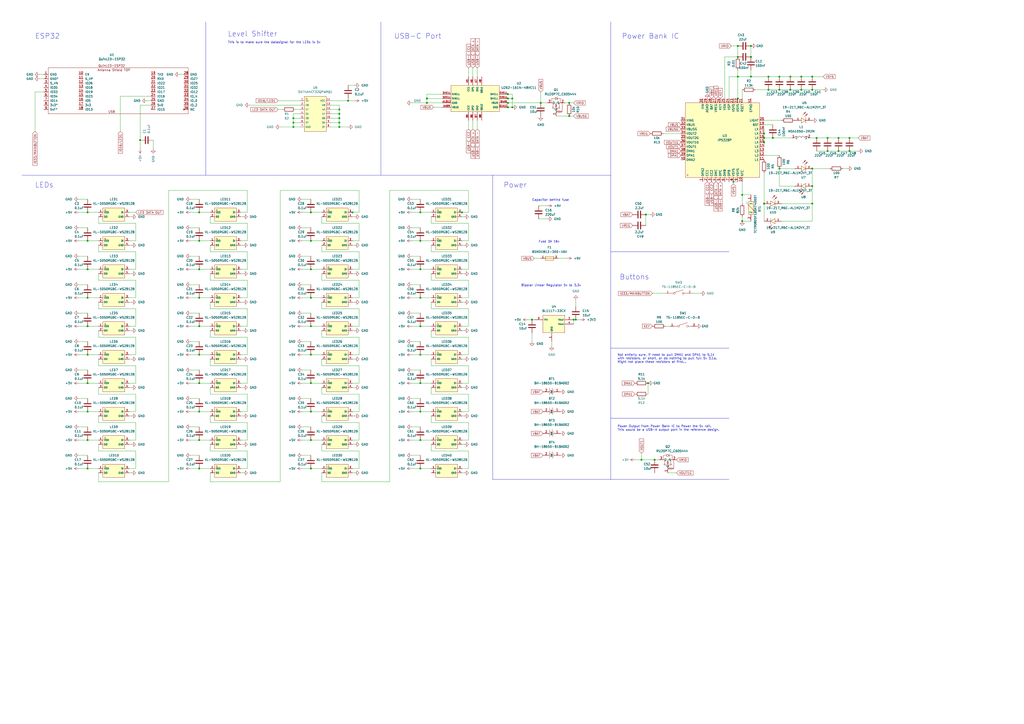
<source format=kicad_sch>
(kicad_sch (version 20230121) (generator eeschema)
  (paper "A2")
  (title_block (title "led-tube") (date "2023-10-02") (rev "0.1"))
  (junction (at 115.57 255.27))
  (junction (at 243.84 255.27))
  (junction (at 443.23 80.01))
  (junction (at 443.23 77.47))
  (junction (at 297.18 57.15))
  (junction (at 243.84 271.78))
  (junction (at 427.99 33.02))
  (junction (at 115.57 123.19))
  (junction (at 471.17 107.95))
  (junction (at 50.8 255.27))
  (junction (at 50.8 238.76))
  (junction (at 170.18 73.66))
  (junction (at 115.57 222.25))
  (junction (at 170.18 68.58))
  (junction (at 115.57 238.76))
  (junction (at 471.17 52.07))
  (junction (at 50.8 189.23))
  (junction (at 427.99 57.15))
  (junction (at 294.64 54.61))
  (junction (at 267.97 123.19))
  (junction (at 180.34 238.76))
  (junction (at 435.61 33.02))
  (junction (at 330.2 59.69))
  (junction (at 458.47 52.07))
  (junction (at 243.84 205.74))
  (junction (at 294.64 62.23))
  (junction (at 50.8 139.7))
  (junction (at 115.57 271.78))
  (junction (at 50.8 205.74))
  (junction (at 471.17 97.79))
  (junction (at 330.2 67.31))
  (junction (at 445.77 44.45))
  (junction (at 443.23 82.55))
  (junction (at 247.65 57.15))
  (junction (at 448.31 80.01))
  (junction (at 486.41 87.63))
  (junction (at 372.11 266.7))
  (junction (at 115.57 139.7))
  (junction (at 243.84 238.76))
  (junction (at 115.57 156.21))
  (junction (at 492.76 80.01))
  (junction (at 201.93 58.42))
  (junction (at 180.34 205.74))
  (junction (at 294.64 59.69))
  (junction (at 430.53 113.03))
  (junction (at 379.73 266.7))
  (junction (at 50.8 172.72))
  (junction (at 480.06 80.01))
  (junction (at 443.23 118.11))
  (junction (at 427.99 26.67))
  (junction (at 471.17 44.45))
  (junction (at 180.34 255.27))
  (junction (at 452.12 44.45))
  (junction (at 204.47 123.19))
  (junction (at 435.61 26.67))
  (junction (at 180.34 172.72))
  (junction (at 486.41 80.01))
  (junction (at 243.84 139.7))
  (junction (at 243.84 222.25))
  (junction (at 452.12 97.79))
  (junction (at 480.06 87.63))
  (junction (at 50.8 123.19))
  (junction (at 50.8 271.78))
  (junction (at 435.61 44.45))
  (junction (at 50.8 156.21))
  (junction (at 473.71 80.01))
  (junction (at 196.85 73.66))
  (junction (at 247.65 59.69))
  (junction (at 196.85 68.58))
  (junction (at 50.8 222.25))
  (junction (at 492.76 87.63))
  (junction (at 375.92 222.25))
  (junction (at 464.82 44.45))
  (junction (at 180.34 222.25))
  (junction (at 81.28 81.28))
  (junction (at 334.01 185.42))
  (junction (at 297.18 62.23))
  (junction (at 430.53 128.27))
  (junction (at 196.85 63.5))
  (junction (at 464.82 52.07))
  (junction (at 243.84 189.23))
  (junction (at 115.57 205.74))
  (junction (at 458.47 44.45))
  (junction (at 180.34 123.19))
  (junction (at 180.34 271.78))
  (junction (at 308.61 185.42))
  (junction (at 180.34 139.7))
  (junction (at 294.64 57.15))
  (junction (at 115.57 172.72))
  (junction (at 425.45 105.41))
  (junction (at 180.34 156.21))
  (junction (at 243.84 172.72))
  (junction (at 196.85 71.12))
  (junction (at 452.12 52.07))
  (junction (at 115.57 189.23))
  (junction (at 243.84 123.19))
  (junction (at 427.99 44.45))
  (junction (at 313.69 59.69))
  (junction (at 243.84 156.21))
  (junction (at 180.34 189.23))
  (junction (at 374.65 124.46))
  (junction (at 170.18 71.12))
  (junction (at 445.77 52.07))
  (junction (at 471.17 118.11))
  (junction (at 332.74 185.42))
  (junction (at 196.85 66.04))
  (wire (pts (xy 74.93 175.26) (xy 76.2 175.26)))
  (wire (pts (xy 170.18 68.58) (xy 173.99 68.58)))
  (wire (pts (xy 170.18 68.58) (xy 170.18 71.12)))
  (wire (pts (xy 469.9 80.01) (xy 473.71 80.01)))
  (wire (pts (xy 121.92 274.32) (xy 121.92 279.4)))
  (wire (pts (xy 332.74 185.42) (xy 334.01 185.42)))
  (wire (pts (xy 208.28 222.25) (xy 204.47 222.25)))
  (wire (pts (xy 139.7 142.24) (xy 140.97 142.24)))
  (wire (pts (xy 461.01 107.95) (xy 452.12 107.95)))
  (wire (pts (xy 238.76 181.61) (xy 243.84 181.61)))
  (wire (pts (xy 247.65 57.15) (xy 256.54 57.15)))
  (polyline (pts (xy 220.98 12.7) (xy 220.98 101.6)))
  (wire (pts (xy 201.93 123.19) (xy 204.47 123.19)))
  (wire (pts (xy 110.49 132.08) (xy 115.57 132.08)))
  (wire (pts (xy 271.78 228.6) (xy 271.78 238.76)))
  (wire (pts (xy 74.93 123.19) (xy 78.74 123.19)))
  (wire (pts (xy 208.28 129.54) (xy 208.28 139.7)))
  (wire (pts (xy 121.92 146.05) (xy 143.51 146.05)))
  (wire (pts (xy 57.15 195.58) (xy 78.74 195.58)))
  (wire (pts (xy 243.84 271.78) (xy 250.19 271.78)))
  (wire (pts (xy 204.47 208.28) (xy 205.74 208.28)))
  (wire (pts (xy 250.19 191.77) (xy 250.19 195.58)))
  (wire (pts (xy 425.45 57.15) (xy 427.99 57.15)))
  (wire (pts (xy 87.63 60.96) (xy 81.28 60.96)))
  (wire (pts (xy 180.34 123.19) (xy 186.69 123.19)))
  (wire (pts (xy 443.23 69.85) (xy 453.39 69.85)))
  (wire (pts (xy 191.77 73.66) (xy 196.85 73.66)))
  (wire (pts (xy 372.11 262.89) (xy 372.11 266.7)))
  (wire (pts (xy 238.76 59.69) (xy 247.65 59.69)))
  (wire (pts (xy 45.72 231.14) (xy 50.8 231.14)))
  (wire (pts (xy 250.19 179.07) (xy 271.78 179.07)))
  (wire (pts (xy 435.61 40.64) (xy 435.61 44.45)))
  (wire (pts (xy 78.74 156.21) (xy 74.93 156.21)))
  (wire (pts (xy 267.97 274.32) (xy 269.24 274.32)))
  (wire (pts (xy 50.8 139.7) (xy 57.15 139.7)))
  (wire (pts (xy 452.12 97.79) (xy 461.01 97.79)))
  (wire (pts (xy 180.34 172.72) (xy 186.69 172.72)))
  (wire (pts (xy 374.65 130.81) (xy 374.65 124.46)))
  (wire (pts (xy 186.69 224.79) (xy 186.69 228.6)))
  (wire (pts (xy 78.74 222.25) (xy 74.93 222.25)))
  (wire (pts (xy 250.19 228.6) (xy 271.78 228.6)))
  (wire (pts (xy 250.19 224.79) (xy 250.19 228.6)))
  (wire (pts (xy 50.8 123.19) (xy 57.15 123.19)))
  (wire (pts (xy 143.51 255.27) (xy 139.7 255.27)))
  (wire (pts (xy 458.47 44.45) (xy 464.82 44.45)))
  (wire (pts (xy 276.86 39.37) (xy 276.86 44.45)))
  (wire (pts (xy 110.49 222.25) (xy 115.57 222.25)))
  (wire (pts (xy 238.76 222.25) (xy 243.84 222.25)))
  (wire (pts (xy 308.61 193.04) (xy 308.61 198.12)))
  (wire (pts (xy 274.32 39.37) (xy 274.32 44.45)))
  (wire (pts (xy 250.19 208.28) (xy 250.19 212.09)))
  (wire (pts (xy 74.93 191.77) (xy 76.2 191.77)))
  (wire (pts (xy 121.92 175.26) (xy 121.92 179.07)))
  (wire (pts (xy 74.93 158.75) (xy 76.2 158.75)))
  (wire (pts (xy 196.85 60.96) (xy 196.85 63.5)))
  (wire (pts (xy 323.85 149.86) (xy 328.93 149.86)))
  (wire (pts (xy 208.28 110.49) (xy 208.28 123.19)))
  (wire (pts (xy 57.15 208.28) (xy 57.15 212.09)))
  (wire (pts (xy 247.65 54.61) (xy 247.65 57.15)))
  (wire (pts (xy 57.15 142.24) (xy 57.15 146.05)))
  (wire (pts (xy 243.84 205.74) (xy 250.19 205.74)))
  (wire (pts (xy 110.49 148.59) (xy 115.57 148.59)))
  (wire (pts (xy 427.99 44.45) (xy 435.61 44.45)))
  (wire (pts (xy 243.84 255.27) (xy 250.19 255.27)))
  (wire (pts (xy 480.06 80.01) (xy 486.41 80.01)))
  (wire (pts (xy 191.77 66.04) (xy 196.85 66.04)))
  (wire (pts (xy 443.23 82.55) (xy 443.23 85.09)))
  (wire (pts (xy 115.57 271.78) (xy 121.92 271.78)))
  (wire (pts (xy 175.26 264.16) (xy 180.34 264.16)))
  (polyline (pts (xy 354.33 242.57) (xy 422.91 242.57)))
  (wire (pts (xy 243.84 123.19) (xy 250.19 123.19)))
  (wire (pts (xy 238.76 198.12) (xy 243.84 198.12)))
  (wire (pts (xy 186.69 179.07) (xy 208.28 179.07)))
  (wire (pts (xy 121.92 162.56) (xy 143.51 162.56)))
  (wire (pts (xy 50.8 222.25) (xy 57.15 222.25)))
  (wire (pts (xy 208.28 189.23) (xy 204.47 189.23)))
  (wire (pts (xy 97.79 110.49) (xy 143.51 110.49)))
  (wire (pts (xy 121.92 191.77) (xy 121.92 195.58)))
  (wire (pts (xy 250.19 195.58) (xy 271.78 195.58)))
  (wire (pts (xy 208.28 238.76) (xy 204.47 238.76)))
  (wire (pts (xy 458.47 52.07) (xy 464.82 52.07)))
  (wire (pts (xy 486.41 80.01) (xy 492.76 80.01)))
  (polyline (pts (xy 119.38 12.7) (xy 119.38 101.6)))
  (wire (pts (xy 180.34 255.27) (xy 186.69 255.27)))
  (wire (pts (xy 170.18 66.04) (xy 170.18 68.58)))
  (wire (pts (xy 208.28 212.09) (xy 208.28 222.25)))
  (wire (pts (xy 191.77 68.58) (xy 196.85 68.58)))
  (wire (pts (xy 143.51 271.78) (xy 139.7 271.78)))
  (wire (pts (xy 57.15 191.77) (xy 57.15 195.58)))
  (wire (pts (xy 121.92 279.4) (xy 162.56 279.4)))
  (wire (pts (xy 267.97 125.73) (xy 269.24 125.73)))
  (wire (pts (xy 293.37 59.69) (xy 294.64 59.69)))
  (wire (pts (xy 186.69 274.32) (xy 186.69 279.4)))
  (wire (pts (xy 208.28 255.27) (xy 204.47 255.27)))
  (wire (pts (xy 170.18 71.12) (xy 173.99 71.12)))
  (wire (pts (xy 175.26 156.21) (xy 180.34 156.21)))
  (wire (pts (xy 330.2 67.31) (xy 332.74 67.31)))
  (wire (pts (xy 78.74 205.74) (xy 74.93 205.74)))
  (wire (pts (xy 334.01 185.42) (xy 336.55 185.42)))
  (wire (pts (xy 139.7 274.32) (xy 140.97 274.32)))
  (wire (pts (xy 115.57 172.72) (xy 121.92 172.72)))
  (polyline (pts (xy 285.75 101.6) (xy 285.75 278.13)))
  (wire (pts (xy 69.85 55.88) (xy 69.85 76.2)))
  (wire (pts (xy 313.69 59.69) (xy 294.64 59.69)))
  (wire (pts (xy 201.93 57.15) (xy 201.93 58.42)))
  (wire (pts (xy 97.79 279.4) (xy 97.79 110.49)))
  (wire (pts (xy 161.29 63.5) (xy 163.83 63.5)))
  (wire (pts (xy 50.8 271.78) (xy 57.15 271.78)))
  (wire (pts (xy 452.12 44.45) (xy 458.47 44.45)))
  (wire (pts (xy 443.23 77.47) (xy 443.23 80.01)))
  (wire (pts (xy 297.18 54.61) (xy 297.18 57.15)))
  (wire (pts (xy 267.97 123.19) (xy 271.78 123.19)))
  (wire (pts (xy 274.32 69.85) (xy 274.32 74.93)))
  (wire (pts (xy 110.49 231.14) (xy 115.57 231.14)))
  (wire (pts (xy 57.15 179.07) (xy 78.74 179.07)))
  (wire (pts (xy 45.72 115.57) (xy 50.8 115.57)))
  (wire (pts (xy 250.19 261.62) (xy 271.78 261.62)))
  (wire (pts (xy 247.65 59.69) (xy 256.54 59.69)))
  (wire (pts (xy 57.15 228.6) (xy 78.74 228.6)))
  (wire (pts (xy 45.72 181.61) (xy 50.8 181.61)))
  (wire (pts (xy 379.73 266.7) (xy 382.27 266.7)))
  (wire (pts (xy 110.49 189.23) (xy 115.57 189.23)))
  (wire (pts (xy 115.57 205.74) (xy 121.92 205.74)))
  (wire (pts (xy 238.76 247.65) (xy 243.84 247.65)))
  (wire (pts (xy 312.42 127) (xy 317.5 127)))
  (polyline (pts (xy 354.33 146.05) (xy 422.91 146.05)))
  (wire (pts (xy 271.78 179.07) (xy 271.78 189.23)))
  (wire (pts (xy 110.49 172.72) (xy 115.57 172.72)))
  (wire (pts (xy 180.34 271.78) (xy 186.69 271.78)))
  (wire (pts (xy 121.92 179.07) (xy 143.51 179.07)))
  (wire (pts (xy 427.99 26.67) (xy 427.99 33.02)))
  (wire (pts (xy 74.93 142.24) (xy 76.2 142.24)))
  (wire (pts (xy 78.74 179.07) (xy 78.74 189.23)))
  (wire (pts (xy 74.93 257.81) (xy 76.2 257.81)))
  (wire (pts (xy 208.28 139.7) (xy 204.47 139.7)))
  (wire (pts (xy 238.76 214.63) (xy 243.84 214.63)))
  (wire (pts (xy 121.92 129.54) (xy 143.51 129.54)))
  (wire (pts (xy 250.19 129.54) (xy 271.78 129.54)))
  (wire (pts (xy 143.51 110.49) (xy 143.51 123.19)))
  (wire (pts (xy 115.57 189.23) (xy 121.92 189.23)))
  (wire (pts (xy 204.47 224.79) (xy 205.74 224.79)))
  (wire (pts (xy 57.15 245.11) (xy 78.74 245.11)))
  (wire (pts (xy 271.78 69.85) (xy 271.78 74.93)))
  (wire (pts (xy 186.69 261.62) (xy 208.28 261.62)))
  (wire (pts (xy 471.17 128.27) (xy 471.17 118.11)))
  (wire (pts (xy 74.93 224.79) (xy 76.2 224.79)))
  (wire (pts (xy 45.72 198.12) (xy 50.8 198.12)))
  (wire (pts (xy 430.53 128.27) (xy 430.53 125.73)))
  (wire (pts (xy 204.47 274.32) (xy 205.74 274.32)))
  (wire (pts (xy 162.56 73.66) (xy 170.18 73.66)))
  (wire (pts (xy 143.51 189.23) (xy 139.7 189.23)))
  (wire (pts (xy 247.65 57.15) (xy 247.65 59.69)))
  (wire (pts (xy 50.8 156.21) (xy 57.15 156.21)))
  (wire (pts (xy 271.78 271.78) (xy 267.97 271.78)))
  (wire (pts (xy 191.77 63.5) (xy 196.85 63.5)))
  (wire (pts (xy 45.72 222.25) (xy 50.8 222.25)))
  (wire (pts (xy 267.97 241.3) (xy 269.24 241.3)))
  (wire (pts (xy 430.53 128.27) (xy 435.61 128.27)))
  (wire (pts (xy 250.19 245.11) (xy 271.78 245.11)))
  (wire (pts (xy 471.17 97.79) (xy 471.17 107.95)))
  (wire (pts (xy 121.92 261.62) (xy 143.51 261.62)))
  (wire (pts (xy 186.69 162.56) (xy 208.28 162.56)))
  (wire (pts (xy 57.15 162.56) (xy 78.74 162.56)))
  (wire (pts (xy 406.4 170.18) (xy 401.32 170.18)))
  (wire (pts (xy 204.47 158.75) (xy 205.74 158.75)))
  (wire (pts (xy 45.72 264.16) (xy 50.8 264.16)))
  (wire (pts (xy 121.92 142.24) (xy 121.92 146.05)))
  (wire (pts (xy 175.26 181.61) (xy 180.34 181.61)))
  (wire (pts (xy 473.71 87.63) (xy 480.06 87.63)))
  (wire (pts (xy 50.8 189.23) (xy 57.15 189.23)))
  (wire (pts (xy 271.78 261.62) (xy 271.78 271.78)))
  (wire (pts (xy 78.74 271.78) (xy 74.93 271.78)))
  (wire (pts (xy 139.7 241.3) (xy 140.97 241.3)))
  (wire (pts (xy 110.49 156.21) (xy 115.57 156.21)))
  (wire (pts (xy 443.23 80.01) (xy 448.31 80.01)))
  (wire (pts (xy 372.11 266.7) (xy 379.73 266.7)))
  (wire (pts (xy 121.92 125.73) (xy 121.92 129.54)))
  (wire (pts (xy 175.26 238.76) (xy 180.34 238.76)))
  (wire (pts (xy 186.69 195.58) (xy 208.28 195.58)))
  (wire (pts (xy 175.26 123.19) (xy 180.34 123.19)))
  (wire (pts (xy 271.78 139.7) (xy 267.97 139.7)))
  (wire (pts (xy 238.76 148.59) (xy 243.84 148.59)))
  (wire (pts (xy 271.78 146.05) (xy 271.78 156.21)))
  (wire (pts (xy 443.23 74.93) (xy 443.23 77.47)))
  (wire (pts (xy 238.76 165.1) (xy 243.84 165.1)))
  (wire (pts (xy 45.72 205.74) (xy 50.8 205.74)))
  (wire (pts (xy 322.58 67.31) (xy 330.2 67.31)))
  (wire (pts (xy 115.57 139.7) (xy 121.92 139.7)))
  (wire (pts (xy 271.78 238.76) (xy 267.97 238.76)))
  (wire (pts (xy 110.49 181.61) (xy 115.57 181.61)))
  (wire (pts (xy 143.51 139.7) (xy 139.7 139.7)))
  (wire (pts (xy 45.72 214.63) (xy 50.8 214.63)))
  (wire (pts (xy 191.77 58.42) (xy 201.93 58.42)))
  (wire (pts (xy 121.92 257.81) (xy 121.92 261.62)))
  (wire (pts (xy 175.26 198.12) (xy 180.34 198.12)))
  (wire (pts (xy 271.78 172.72) (xy 267.97 172.72)))
  (wire (pts (xy 186.69 158.75) (xy 186.69 162.56)))
  (wire (pts (xy 271.78 245.11) (xy 271.78 255.27)))
  (wire (pts (xy 204.47 175.26) (xy 205.74 175.26)))
  (wire (pts (xy 175.26 255.27) (xy 180.34 255.27)))
  (wire (pts (xy 271.78 129.54) (xy 271.78 139.7)))
  (wire (pts (xy 267.97 208.28) (xy 269.24 208.28)))
  (wire (pts (xy 386.08 189.23) (xy 388.62 189.23)))
  (wire (pts (xy 443.23 90.17) (xy 452.12 90.17)))
  (wire (pts (xy 175.26 148.59) (xy 180.34 148.59)))
  (wire (pts (xy 78.74 172.72) (xy 74.93 172.72)))
  (wire (pts (xy 208.28 271.78) (xy 204.47 271.78)))
  (wire (pts (xy 143.51 222.25) (xy 139.7 222.25)))
  (wire (pts (xy 175.26 165.1) (xy 180.34 165.1)))
  (wire (pts (xy 143.51 212.09) (xy 143.51 222.25)))
  (wire (pts (xy 250.19 142.24) (xy 250.19 146.05)))
  (wire (pts (xy 25.4 53.34) (xy 20.32 53.34)))
  (polyline (pts (xy 12.7 101.6) (xy 354.33 101.6)))
  (wire (pts (xy 243.84 156.21) (xy 250.19 156.21)))
  (wire (pts (xy 196.85 71.12) (xy 196.85 73.66)))
  (wire (pts (xy 175.26 189.23) (xy 180.34 189.23)))
  (wire (pts (xy 208.28 146.05) (xy 208.28 156.21)))
  (wire (pts (xy 143.51 179.07) (xy 143.51 189.23)))
  (wire (pts (xy 121.92 212.09) (xy 143.51 212.09)))
  (wire (pts (xy 256.54 54.61) (xy 247.65 54.61)))
  (wire (pts (xy 243.84 189.23) (xy 250.19 189.23)))
  (wire (pts (xy 208.28 195.58) (xy 208.28 205.74)))
  (wire (pts (xy 143.51 162.56) (xy 143.51 172.72)))
  (wire (pts (xy 50.8 255.27) (xy 57.15 255.27)))
  (wire (pts (xy 204.47 142.24) (xy 205.74 142.24)))
  (wire (pts (xy 208.28 228.6) (xy 208.28 238.76)))
  (wire (pts (xy 78.74 139.7) (xy 74.93 139.7)))
  (wire (pts (xy 271.78 110.49) (xy 271.78 123.19)))
  (wire (pts (xy 74.93 208.28) (xy 76.2 208.28)))
  (wire (pts (xy 430.53 113.03) (xy 435.61 113.03)))
  (wire (pts (xy 45.72 132.08) (xy 50.8 132.08)))
  (wire (pts (xy 243.84 172.72) (xy 250.19 172.72)))
  (wire (pts (xy 471.17 52.07) (xy 477.52 52.07)))
  (wire (pts (xy 115.57 238.76) (xy 121.92 238.76)))
  (wire (pts (xy 238.76 172.72) (xy 243.84 172.72)))
  (wire (pts (xy 251.46 62.23) (xy 256.54 62.23)))
  (wire (pts (xy 180.34 139.7) (xy 186.69 139.7)))
  (wire (pts (xy 424.18 26.67) (xy 427.99 26.67)))
  (wire (pts (xy 438.15 52.07) (xy 445.77 52.07)))
  (wire (pts (xy 175.26 271.78) (xy 180.34 271.78)))
  (wire (pts (xy 435.61 26.67) (xy 435.61 33.02)))
  (wire (pts (xy 110.49 165.1) (xy 115.57 165.1)))
  (wire (pts (xy 267.97 175.26) (xy 269.24 175.26)))
  (wire (pts (xy 45.72 165.1) (xy 50.8 165.1)))
  (wire (pts (xy 78.74 228.6) (xy 78.74 238.76)))
  (wire (pts (xy 186.69 257.81) (xy 186.69 261.62)))
  (wire (pts (xy 175.26 214.63) (xy 180.34 214.63)))
  (wire (pts (xy 443.23 118.11) (xy 443.23 128.27)))
  (wire (pts (xy 208.28 156.21) (xy 204.47 156.21)))
  (wire (pts (xy 171.45 63.5) (xy 173.99 63.5)))
  (wire (pts (xy 267.97 158.75) (xy 269.24 158.75)))
  (wire (pts (xy 448.31 80.01) (xy 459.74 80.01)))
  (wire (pts (xy 121.92 208.28) (xy 121.92 212.09)))
  (wire (pts (xy 110.49 115.57) (xy 115.57 115.57)))
  (polyline (pts (xy 354.33 101.6) (xy 354.33 278.13)))
  (wire (pts (xy 57.15 125.73) (xy 57.15 129.54)))
  (wire (pts (xy 45.72 189.23) (xy 50.8 189.23)))
  (wire (pts (xy 87.63 55.88) (xy 69.85 55.88)))
  (wire (pts (xy 271.78 205.74) (xy 267.97 205.74)))
  (wire (pts (xy 175.26 139.7) (xy 180.34 139.7)))
  (wire (pts (xy 81.28 81.28) (xy 81.28 86.36)))
  (wire (pts (xy 313.69 53.34) (xy 313.69 59.69)))
  (wire (pts (xy 271.78 162.56) (xy 271.78 172.72)))
  (wire (pts (xy 443.23 100.33) (xy 443.23 118.11)))
  (wire (pts (xy 196.85 68.58) (xy 196.85 71.12)))
  (wire (pts (xy 57.15 257.81) (xy 57.15 261.62)))
  (wire (pts (xy 22.86 45.72) (xy 25.4 45.72)))
  (wire (pts (xy 267.97 224.79) (xy 269.24 224.79)))
  (wire (pts (xy 306.07 185.42) (xy 308.61 185.42)))
  (wire (pts (xy 471.17 97.79) (xy 481.33 97.79)))
  (wire (pts (xy 420.37 33.02) (xy 427.99 33.02)))
  (wire (pts (xy 238.76 115.57) (xy 243.84 115.57)))
  (wire (pts (xy 422.91 57.15) (xy 422.91 44.45)))
  (wire (pts (xy 110.49 255.27) (xy 115.57 255.27)))
  (wire (pts (xy 271.78 189.23) (xy 267.97 189.23)))
  (wire (pts (xy 196.85 73.66) (xy 201.93 73.66)))
  (wire (pts (xy 427.99 44.45) (xy 427.99 57.15)))
  (wire (pts (xy 196.85 66.04) (xy 196.85 68.58)))
  (wire (pts (xy 20.32 53.34) (xy 20.32 76.2)))
  (wire (pts (xy 473.71 80.01) (xy 480.06 80.01)))
  (wire (pts (xy 191.77 60.96) (xy 196.85 60.96)))
  (wire (pts (xy 110.49 198.12) (xy 115.57 198.12)))
  (wire (pts (xy 452.12 52.07) (xy 458.47 52.07)))
  (wire (pts (xy 78.74 212.09) (xy 78.74 222.25)))
  (wire (pts (xy 175.26 231.14) (xy 180.34 231.14)))
  (wire (pts (xy 238.76 205.74) (xy 243.84 205.74)))
  (wire (pts (xy 57.15 241.3) (xy 57.15 245.11)))
  (wire (pts (xy 139.7 158.75) (xy 140.97 158.75)))
  (wire (pts (xy 238.76 123.19) (xy 243.84 123.19)))
  (wire (pts (xy 250.19 175.26) (xy 250.19 179.07)))
  (wire (pts (xy 186.69 129.54) (xy 208.28 129.54)))
  (wire (pts (xy 238.76 231.14) (xy 243.84 231.14)))
  (wire (pts (xy 422.91 44.45) (xy 427.99 44.45)))
  (wire (pts (xy 375.92 222.25) (xy 375.92 228.6)))
  (wire (pts (xy 78.74 146.05) (xy 78.74 156.21)))
  (wire (pts (xy 204.47 123.19) (xy 208.28 123.19)))
  (wire (pts (xy 238.76 255.27) (xy 243.84 255.27)))
  (wire (pts (xy 115.57 123.19) (xy 121.92 123.19)))
  (wire (pts (xy 368.3 266.7) (xy 372.11 266.7)))
  (wire (pts (xy 57.15 212.09) (xy 78.74 212.09)))
  (wire (pts (xy 110.49 271.78) (xy 115.57 271.78)))
  (wire (pts (xy 180.34 205.74) (xy 186.69 205.74)))
  (wire (pts (xy 162.56 110.49) (xy 208.28 110.49)))
  (wire (pts (xy 121.92 224.79) (xy 121.92 228.6)))
  (wire (pts (xy 115.57 222.25) (xy 121.92 222.25)))
  (wire (pts (xy 45.72 247.65) (xy 50.8 247.65)))
  (wire (pts (xy 186.69 245.11) (xy 208.28 245.11)))
  (wire (pts (xy 250.19 162.56) (xy 271.78 162.56)))
  (wire (pts (xy 186.69 191.77) (xy 186.69 195.58)))
  (wire (pts (xy 78.74 255.27) (xy 74.93 255.27)))
  (wire (pts (xy 143.51 156.21) (xy 139.7 156.21)))
  (wire (pts (xy 57.15 146.05) (xy 78.74 146.05)))
  (wire (pts (xy 74.93 125.73) (xy 76.2 125.73)))
  (wire (pts (xy 173.99 66.04) (xy 170.18 66.04)))
  (wire (pts (xy 297.18 57.15) (xy 297.18 62.23)))
  (wire (pts (xy 238.76 264.16) (xy 243.84 264.16)))
  (wire (pts (xy 186.69 228.6) (xy 208.28 228.6)))
  (wire (pts (xy 74.93 274.32) (xy 76.2 274.32)))
  (wire (pts (xy 170.18 73.66) (xy 173.99 73.66)))
  (wire (pts (xy 81.28 60.96) (xy 81.28 81.28)))
  (wire (pts (xy 186.69 208.28) (xy 186.69 212.09)))
  (wire (pts (xy 121.92 245.11) (xy 143.51 245.11)))
  (wire (pts (xy 208.28 179.07) (xy 208.28 189.23)))
  (wire (pts (xy 435.61 44.45) (xy 445.77 44.45)))
  (wire (pts (xy 309.88 149.86) (xy 313.69 149.86)))
  (wire (pts (xy 175.26 222.25) (xy 180.34 222.25)))
  (wire (pts (xy 208.28 162.56) (xy 208.28 172.72)))
  (wire (pts (xy 57.15 274.32) (xy 57.15 279.4)))
  (wire (pts (xy 115.57 156.21) (xy 121.92 156.21)))
  (wire (pts (xy 121.92 241.3) (xy 121.92 245.11)))
  (wire (pts (xy 250.19 125.73) (xy 250.19 129.54)))
  (wire (pts (xy 271.78 222.25) (xy 267.97 222.25)))
  (wire (pts (xy 208.28 245.11) (xy 208.28 255.27)))
  (wire (pts (xy 384.81 77.47) (xy 394.97 77.47)))
  (wire (pts (xy 186.69 146.05) (xy 208.28 146.05)))
  (wire (pts (xy 139.7 125.73) (xy 140.97 125.73)))
  (polyline (pts (xy 354.33 201.93) (xy 422.91 201.93)))
  (wire (pts (xy 175.26 132.08) (xy 180.34 132.08)))
  (wire (pts (xy 238.76 132.08) (xy 243.84 132.08)))
  (wire (pts (xy 204.47 191.77) (xy 205.74 191.77)))
  (wire (pts (xy 267.97 257.81) (xy 269.24 257.81)))
  (wire (pts (xy 143.51 129.54) (xy 143.51 139.7)))
  (wire (pts (xy 74.93 241.3) (xy 76.2 241.3)))
  (polyline (pts (xy 285.75 278.13) (xy 354.33 278.13)))
  (wire (pts (xy 143.51 195.58) (xy 143.51 205.74)))
  (wire (pts (xy 139.7 175.26) (xy 140.97 175.26)))
  (wire (pts (xy 57.15 175.26) (xy 57.15 179.07)))
  (wire (pts (xy 488.95 97.79) (xy 491.49 97.79)))
  (wire (pts (xy 45.72 139.7) (xy 50.8 139.7)))
  (wire (pts (xy 162.56 279.4) (xy 162.56 110.49)))
  (wire (pts (xy 78.74 189.23) (xy 74.93 189.23)))
  (wire (pts (xy 320.04 198.12) (xy 320.04 200.66)))
  (wire (pts (xy 115.57 255.27) (xy 121.92 255.27)))
  (wire (pts (xy 110.49 123.19) (xy 115.57 123.19)))
  (wire (pts (xy 453.39 118.11) (xy 471.17 118.11)))
  (wire (pts (xy 443.23 72.39) (xy 448.31 72.39)))
  (wire (pts (xy 330.2 59.69) (xy 327.66 59.69)))
  (wire (pts (xy 208.28 205.74) (xy 204.47 205.74)))
  (wire (pts (xy 453.39 128.27) (xy 471.17 128.27)))
  (wire (pts (xy 22.86 43.18) (xy 25.4 43.18)))
  (wire (pts (xy 308.61 185.42) (xy 309.88 185.42)))
  (wire (pts (xy 332.74 59.69) (xy 330.2 59.69)))
  (wire (pts (xy 267.97 142.24) (xy 269.24 142.24)))
  (wire (pts (xy 425.45 105.41) (xy 425.45 106.68)))
  (wire (pts (xy 186.69 212.09) (xy 208.28 212.09)))
  (wire (pts (xy 45.72 123.19) (xy 50.8 123.19)))
  (wire (pts (xy 243.84 139.7) (xy 250.19 139.7)))
  (wire (pts (xy 50.8 238.76) (xy 57.15 238.76)))
  (wire (pts (xy 57.15 158.75) (xy 57.15 162.56)))
  (wire (pts (xy 78.74 261.62) (xy 78.74 271.78)))
  (wire (pts (xy 186.69 241.3) (xy 186.69 245.11)))
  (wire (pts (xy 317.5 59.69) (xy 313.69 59.69)))
  (wire (pts (xy 57.15 224.79) (xy 57.15 228.6)))
  (wire (pts (xy 204.47 257.81) (xy 205.74 257.81)))
  (wire (pts (xy 186.69 175.26) (xy 186.69 179.07)))
  (wire (pts (xy 374.65 124.46) (xy 377.19 124.46)))
  (wire (pts (xy 445.77 52.07) (xy 452.12 52.07)))
  (wire (pts (xy 143.51 261.62) (xy 143.51 271.78)))
  (wire (pts (xy 121.92 228.6) (xy 143.51 228.6)))
  (wire (pts (xy 443.23 80.01) (xy 443.23 82.55)))
  (wire (pts (xy 110.49 247.65) (xy 115.57 247.65)))
  (wire (pts (xy 78.74 238.76) (xy 74.93 238.76)))
  (wire (pts (xy 143.51 245.11) (xy 143.51 255.27)))
  (wire (pts (xy 332.74 185.42) (xy 332.74 187.96)))
  (wire (pts (xy 121.92 195.58) (xy 143.51 195.58)))
  (wire (pts (xy 78.74 162.56) (xy 78.74 172.72)))
  (wire (pts (xy 110.49 238.76) (xy 115.57 238.76)))
  (wire (pts (xy 78.74 245.11) (xy 78.74 255.27)))
  (wire (pts (xy 104.14 43.18) (xy 106.68 43.18)))
  (wire (pts (xy 175.26 205.74) (xy 180.34 205.74)))
  (wire (pts (xy 50.8 205.74) (xy 57.15 205.74)))
  (wire (pts (xy 452.12 107.95) (xy 452.12 97.79)))
  (wire (pts (xy 121.92 158.75) (xy 121.92 162.56)))
  (wire (pts (xy 480.06 87.63) (xy 486.41 87.63)))
  (polyline (pts (xy 354.33 12.7) (xy 354.33 101.6)))
  (wire (pts (xy 161.29 58.42) (xy 173.99 58.42)))
  (wire (pts (xy 250.19 212.09) (xy 271.78 212.09)))
  (wire (pts (xy 50.8 172.72) (xy 57.15 172.72)))
  (wire (pts (xy 387.35 274.32) (xy 392.43 274.32)))
  (wire (pts (xy 386.08 170.18) (xy 378.46 170.18)))
  (wire (pts (xy 85.09 58.42) (xy 87.63 58.42)))
  (wire (pts (xy 425.45 105.41) (xy 427.99 105.41)))
  (wire (pts (xy 143.51 172.72) (xy 139.7 172.72)))
  (wire (pts (xy 271.78 39.37) (xy 271.78 44.45)))
  (wire (pts (xy 139.7 191.77) (xy 140.97 191.77)))
  (wire (pts (xy 45.72 255.27) (xy 50.8 255.27)))
  (wire (pts (xy 226.06 110.49) (xy 271.78 110.49)))
  (wire (pts (xy 492.76 80.01) (xy 497.84 80.01)))
  (wire (pts (xy 57.15 279.4) (xy 97.79 279.4)))
  (wire (pts (xy 110.49 214.63) (xy 115.57 214.63)))
  (wire (pts (xy 312.42 119.38) (xy 317.5 119.38)))
  (wire (pts (xy 471.17 118.11) (xy 471.17 107.95)))
  (wire (pts (xy 492.76 87.63) (xy 497.84 87.63)))
  (wire (pts (xy 175.26 172.72) (xy 180.34 172.72)))
  (wire (pts (xy 250.19 158.75) (xy 250.19 162.56)))
  (wire (pts (xy 186.69 142.24) (xy 186.69 146.05)))
  (wire (pts (xy 464.82 52.07) (xy 471.17 52.07)))
  (wire (pts (xy 293.37 57.15) (xy 294.64 57.15)))
  (wire (pts (xy 139.7 208.28) (xy 140.97 208.28)))
  (wire (pts (xy 143.51 228.6) (xy 143.51 238.76)))
  (wire (pts (xy 78.74 129.54) (xy 78.74 139.7)))
  (wire (pts (xy 271.78 212.09) (xy 271.78 222.25)))
  (wire (pts (xy 334.01 173.99) (xy 334.01 177.8)))
  (wire (pts (xy 78.74 195.58) (xy 78.74 205.74)))
  (wire (pts (xy 250.19 241.3) (xy 250.19 245.11)))
  (wire (pts (xy 430.53 118.11) (xy 430.53 113.03)))
  (wire (pts (xy 238.76 156.21) (xy 243.84 156.21)))
  (wire (pts (xy 110.49 264.16) (xy 115.57 264.16)))
  (wire (pts (xy 57.15 261.62) (xy 78.74 261.62)))
  (wire (pts (xy 430.53 52.07) (xy 430.53 57.15)))
  (wire (pts (xy 143.51 238.76) (xy 139.7 238.76)))
  (wire (pts (xy 250.19 146.05) (xy 271.78 146.05)))
  (wire (pts (xy 271.78 255.27) (xy 267.97 255.27)))
  (wire (pts (xy 143.51 146.05) (xy 143.51 156.21)))
  (wire (pts (xy 139.7 224.79) (xy 140.97 224.79)))
  (wire (pts (xy 110.49 139.7) (xy 115.57 139.7)))
  (wire (pts (xy 170.18 71.12) (xy 170.18 73.66)))
  (wire (pts (xy 294.64 54.61) (xy 297.18 54.61)))
  (wire (pts (xy 204.47 125.73) (xy 205.74 125.73)))
  (wire (pts (xy 45.72 148.59) (xy 50.8 148.59)))
  (wire (pts (xy 191.77 71.12) (xy 196.85 71.12)))
  (wire (pts (xy 204.47 241.3) (xy 205.74 241.3)))
  (wire (pts (xy 208.28 261.62) (xy 208.28 271.78)))
  (wire (pts (xy 238.76 139.7) (xy 243.84 139.7)))
  (wire (pts (xy 294.64 57.15) (xy 297.18 57.15)))
  (wire (pts (xy 293.37 54.61) (xy 294.64 54.61)))
  (wire (pts (xy 196.85 63.5) (xy 196.85 66.04)))
  (wire (pts (xy 293.37 62.23) (xy 294.64 62.23)))
  (wire (pts (xy 226.06 279.4) (xy 226.06 110.49)))
  (wire (pts (xy 45.72 271.78) (xy 50.8 271.78)))
  (wire (pts (xy 430.53 113.03) (xy 430.53 105.41)))
  (wire (pts (xy 45.72 156.21) (xy 50.8 156.21)))
  (wire (pts (xy 243.84 238.76) (xy 250.19 238.76)))
  (wire (pts (xy 180.34 222.25) (xy 186.69 222.25)))
  (wire (pts (xy 271.78 156.21) (xy 267.97 156.21)))
  (wire (pts (xy 186.69 125.73) (xy 186.69 129.54)))
  (wire (pts (xy 186.69 279.4) (xy 226.06 279.4)))
  (wire (pts (xy 267.97 191.77) (xy 269.24 191.77)))
  (wire (pts (xy 445.77 44.45) (xy 452.12 44.45)))
  (wire (pts (xy 250.19 257.81) (xy 250.19 261.62)))
  (wire (pts (xy 45.72 238.76) (xy 50.8 238.76)))
  (wire (pts (xy 271.78 195.58) (xy 271.78 205.74)))
  (wire (pts (xy 265.43 123.19) (xy 267.97 123.19)))
  (wire (pts (xy 88.9 81.28) (xy 88.9 86.36)))
  (wire (pts (xy 45.72 172.72) (xy 50.8 172.72)))
  (wire (pts (xy 243.84 222.25) (xy 250.19 222.25)))
  (wire (pts (xy 139.7 123.19) (xy 143.51 123.19)))
  (wire (pts (xy 201.93 49.53) (xy 205.74 49.53)))
  (wire (pts (xy 175.26 115.57) (xy 180.34 115.57)))
  (wire (pts (xy 201.93 58.42) (xy 205.74 58.42)))
  (wire (pts (xy 464.82 44.45) (xy 471.17 44.45)))
  (wire (pts (xy 471.17 44.45) (xy 477.52 44.45)))
  (wire (pts (xy 238.76 238.76) (xy 243.84 238.76)))
  (wire (pts (xy 486.41 87.63) (xy 492.76 87.63)))
  (polyline (pts (xy 354.33 278.13) (xy 422.91 278.13)))
  (wire (pts (xy 110.49 205.74) (xy 115.57 205.74)))
  (wire (pts (xy 144.78 60.96) (xy 173.99 60.96)))
  (wire (pts (xy 180.34 156.21) (xy 186.69 156.21)))
  (wire (pts (xy 175.26 247.65) (xy 180.34 247.65)))
  (wire (pts (xy 180.34 238.76) (xy 186.69 238.76)))
  (wire (pts (xy 208.28 172.72) (xy 204.47 172.72)))
  (wire (pts (xy 57.15 129.54) (xy 78.74 129.54)))
  (wire (pts (xy 427.99 40.64) (xy 427.99 44.45)))
  (wire (pts (xy 420.37 57.15) (xy 420.37 33.02)))
  (wire (pts (xy 180.34 189.23) (xy 186.69 189.23)))
  (wire (pts (xy 276.86 69.85) (xy 276.86 74.93)))
  (wire (pts (xy 238.76 189.23) (xy 243.84 189.23)))
  (wire (pts (xy 238.76 271.78) (xy 243.84 271.78)))
  (wire (pts (xy 294.64 62.23) (xy 297.18 62.23)))
  (wire (pts (xy 139.7 257.81) (xy 140.97 257.81)))
  (wire (pts (xy 143.51 205.74) (xy 139.7 205.74)))
  (text "Capacitor behind fuse" (at 308.61 116.84 0) (effects (font (size 1.27 1.27)) (justify left bottom)))
  (text "Power" (at 292.1 109.22 0) (effects (font (size 3 3)) (justify left bottom)))
  (text "Power Bank IC" (at 360.68 22.86 0) (effects (font (size 3 3)) (justify left bottom)))
  (text "USB-C Port" (at 228.6 22.86 0) (effects (font (size 3 3)) (justify left bottom)))
  (text "Buttons\n" (at 359.41 162.56 0) (effects (font (size 3 3)) (justify left bottom)))
  (text "Bipolar Linear Regulator 5v to 3.3v" (at 302.26 166.37 0) (effects (font (size 1.27 1.27)) (justify left bottom)))
  (text "Fuse 3A 16v\n" (at 312.42 140.97 0) (effects (font (size 1.27 1.27)) (justify left bottom)))
  (text "This is to make sure the datasignal for the LEDs is 5v" (at 132.08 25.4 0) (effects (font (size 1.27 1.27)) (justify left bottom)))
  (text "Level Shifter" (at 132.08 21.59 0) (effects (font (size 3 3)) (justify left bottom)))
  (text "LEDs" (at 20.32 109.22 0) (effects (font (size 3 3)) (justify left bottom)))
  (text "Power Output from Power Bank IC to Power the 5v rail.\nThis would be a USB-A output port in the reference design." (at 358.14 250.19 0) (effects (font (size 1.27 1.27)) (justify left bottom)))
  (text "Not entierly sure, if need to pull DMA1 and DPA1 to 5.1k \nwith resistors, or short, or do nothing to pull full 5v 3.1a.\nMight not place these resistors at first..." (at 358.14 210.82 0) (effects (font (size 1.27 1.27)) (justify left bottom)))
  (text "ESP32" (at 20.32 22.86 0) (effects (font (size 3 3)) (justify left bottom)))
  (global_label "VBUSG" (shape input) (at 394.97 74.93 180) (property "Intersheetrefs" "${INTERSHEET_REFS}" (effects hide)))
  (global_label "VOUT1G" (shape input) (at 392.43 274.32 0) (property "Intersheetrefs" "${INTERSHEET_REFS}" (effects hide)))
  (global_label "USB-C CC1" (shape input) (at 410.21 105.41 270) (property "Intersheetrefs" "${INTERSHEET_REFS}" (effects hide)))
  (global_label "VSYS" (shape input) (at 477.52 44.45 0) (property "Intersheetrefs" "${INTERSHEET_REFS}" (effects hide)))
  (global_label "VOUT1G" (shape input) (at 394.97 82.55 180) (property "Intersheetrefs" "${INTERSHEET_REFS}" (effects hide)))
  (global_label "USB-C DATA +" (shape input) (at 417.83 105.41 270) (property "Intersheetrefs" "${INTERSHEET_REFS}" (effects hide)))
  (global_label "DPA1" (shape input) (at 368.3 228.6 180) (property "Intersheetrefs" "${INTERSHEET_REFS}" (effects hide)))
  (global_label "VMID" (shape input) (at 392.43 266.7 0) (property "Intersheetrefs" "${INTERSHEET_REFS}" (effects hide)))
  (global_label "DMA1" (shape input) (at 394.97 87.63 180) (property "Intersheetrefs" "${INTERSHEET_REFS}" (effects hide)))
  (global_label "VBUS" (shape input) (at 394.97 72.39 180) (property "Intersheetrefs" "${INTERSHEET_REFS}" (effects hide)))
  (global_label "VMID" (shape input) (at 332.74 59.69 0) (property "Intersheetrefs" "${INTERSHEET_REFS}" (effects hide)))
  (global_label "LED DATA OUT" (shape input) (at 78.74 123.19 0) (property "Intersheetrefs" "${INTERSHEET_REFS}" (effects hide)))
  (global_label "VREG" (shape input) (at 367.03 130.81 180) (property "Intersheetrefs" "${INTERSHEET_REFS}" (effects hide)))
  (global_label "IO16{slash}LED1" (shape input) (at 161.29 58.42 180) (property "Intersheetrefs" "${INTERSHEET_REFS}" (effects hide)))
  (global_label "USB-C CC2" (shape input) (at 271.78 74.93 270) (property "Intersheetrefs" "${INTERSHEET_REFS}" (effects hide)))
  (global_label "USB-C DATA +" (shape input) (at 274.32 74.93 270) (property "Intersheetrefs" "${INTERSHEET_REFS}" (effects hide)))
  (global_label "VBAT" (shape input) (at 314.96 264.16 180) (property "Intersheetrefs" "${INTERSHEET_REFS}" (effects hide)))
  (global_label "VOUT1" (shape input) (at 372.11 262.89 90) (property "Intersheetrefs" "${INTERSHEET_REFS}" (effects hide)))
  (global_label "IO16{slash}LED1" (shape input) (at 69.85 76.2 270) (property "Intersheetrefs" "${INTERSHEET_REFS}" (effects hide)))
  (global_label "DPA1" (shape input) (at 394.97 90.17 180) (property "Intersheetrefs" "${INTERSHEET_REFS}" (effects hide)))
  (global_label "LED DATA OUT" (shape input) (at 161.29 63.5 180) (property "Intersheetrefs" "${INTERSHEET_REFS}" (effects hide)))
  (global_label "VREG" (shape input) (at 415.29 57.15 90) (property "Intersheetrefs" "${INTERSHEET_REFS}" (effects hide)))
  (global_label "VOUT1" (shape input) (at 394.97 85.09 180) (property "Intersheetrefs" "${INTERSHEET_REFS}" (effects hide)))
  (global_label "VBAT" (shape input) (at 412.75 57.15 90) (property "Intersheetrefs" "${INTERSHEET_REFS}" (effects hide)))
  (global_label "VBUS" (shape input) (at 251.46 62.23 180) (property "Intersheetrefs" "${INTERSHEET_REFS}" (effects hide)))
  (global_label "DMA1" (shape input) (at 368.3 222.25 180) (property "Intersheetrefs" "${INTERSHEET_REFS}" (effects hide)))
  (global_label "USB-C CC2" (shape input) (at 412.75 105.41 270) (property "Intersheetrefs" "${INTERSHEET_REFS}" (effects hide)))
  (global_label "VBUS" (shape input) (at 313.69 53.34 90) (property "Intersheetrefs" "${INTERSHEET_REFS}" (effects hide)))
  (global_label "VBAT" (shape input) (at 314.96 238.76 180) (property "Intersheetrefs" "${INTERSHEET_REFS}" (effects hide)))
  (global_label "VMID" (shape input) (at 424.18 26.67 180) (property "Intersheetrefs" "${INTERSHEET_REFS}" (effects hide)))
  (global_label "KEY" (shape input) (at 417.83 57.15 90) (property "Intersheetrefs" "${INTERSHEET_REFS}" (effects hide)))
  (global_label "USB-C DATA -" (shape input) (at 276.86 74.93 270) (property "Intersheetrefs" "${INTERSHEET_REFS}" (effects hide)))
  (global_label "VBUSG" (shape input) (at 332.74 67.31 0) (property "Intersheetrefs" "${INTERSHEET_REFS}" (effects hide)))
  (global_label "VSYS" (shape input) (at 425.45 106.68 270) (property "Intersheetrefs" "${INTERSHEET_REFS}" (effects hide)))
  (global_label "IO33{slash}MAINBUTTON" (shape input) (at 378.46 170.18 180) (property "Intersheetrefs" "${INTERSHEET_REFS}" (effects hide)))
  (global_label "VBAT" (shape input) (at 314.96 251.46 180) (property "Intersheetrefs" "${INTERSHEET_REFS}" (effects hide)))
  (global_label "VBAT" (shape input) (at 367.03 124.46 180) (property "Intersheetrefs" "${INTERSHEET_REFS}" (effects hide)))
  (global_label "USB-C DATA -" (shape input) (at 276.86 39.37 90) (property "Intersheetrefs" "${INTERSHEET_REFS}" (effects hide)))
  (global_label "USB-C CC1" (shape input) (at 271.78 39.37 90) (property "Intersheetrefs" "${INTERSHEET_REFS}" (effects hide)))
  (global_label "VBAT" (shape input) (at 497.84 80.01 0) (property "Intersheetrefs" "${INTERSHEET_REFS}" (effects hide)))
  (global_label "VBAT" (shape input) (at 314.96 227.33 180) (property "Intersheetrefs" "${INTERSHEET_REFS}" (effects hide)))
  (global_label "IO33{slash}MAINBUTTON" (shape input) (at 20.32 76.2 270) (property "Intersheetrefs" "${INTERSHEET_REFS}" (effects hide)))
  (global_label "VBUS" (shape input) (at 309.88 149.86 180) (property "Intersheetrefs" "${INTERSHEET_REFS}" (effects hide)))
  (global_label "USB-C DATA -" (shape input) (at 415.29 105.41 270) (property "Intersheetrefs" "${INTERSHEET_REFS}" (effects hide)))
  (global_label "KEY" (shape input) (at 378.46 189.23 180) (property "Intersheetrefs" "${INTERSHEET_REFS}" (effects hide)))
  (global_label "USB-C DATA +" (shape input) (at 274.32 39.37 90) (property "Intersheetrefs" "${INTERSHEET_REFS}" (effects hide)))
  (global_label "VREG" (shape input) (at 377.19 77.47 180) (property "Intersheetrefs" "${INTERSHEET_REFS}" (effects hide)))
  (symbol (lib_id "Device:C") (at 464.82 48.26 0) (unit 1)
    (property "Reference" "C40" (at 466.09 53.34 0) (effects (justify left)))
    (property "Value" "22uf" (at 463.55 54.61 0) (effects (justify left)))
    (property "Footprint" "Capacitor_SMD:C_0805_2012Metric_Pad1.18x1.45mm_HandSolder" (effects hide))
  )
  (symbol (lib_id "power:GND") (at 334.01 173.99 180) (unit 1)
    (property "Reference" "#PWR0145" (effects hide))
    (property "Value" "GND" (at 334.01 168.91 0))
  )
  (symbol (lib_id "power:GND") (at 205.74 175.26 90) (unit 1)
    (property "Reference" "#PWR0213" (effects hide))
    (property "Value" "GND" (at 209.55 175.2599 90) (effects (justify right)))
  )
  (symbol (lib_id "power:GND") (at 175.26 214.63 270) (unit 1)
    (property "Reference" "#PWR0190" (effects hide))
    (property "Value" "GND" (at 171.45 214.6299 90) (effects (justify right)))
  )
  (symbol (lib_id "GLOWINGKITTYPARTS:XL-5050RGBC-WS2812B") (at 66.04 128.27 0) (unit 1)
    (property "Reference" "LED2" (at 66.04 132.08 0))
    (property "Value" "XL-5050RGBC-WS2812B" (at 66.04 134.62 0))
    (property "Footprint" "LED_SMD:LED_WS2812B_PLCC4_5.0x5.0mm_P3.2mm" (effects hide))
    (property "Datasheet" "https://atta.szlcsc.com/upload/public/pdf/source/20210708/C2843785_2CEFABF204E2EF27FCE5F6F9FD929633.pdf" (effects hide))
    (property "LCSC #" "C2843785" (effects hide))
  )
  (symbol (lib_id "easyeda2kicad:BH-18650-B1BA002") (at 320.04 227.33 0) (unit 1)
    (property "Reference" "BT1" (at 320.04 219.71 0))
    (property "Value" "BH-18650-B1BA002" (at 320.04 222.25 0))
    (property "Footprint" "easyeda2kicad:BATTERY-SMD_18650-1S-L77.1-W20.7-1" (effects hide))
    (property "LCSC Part" "C2988620" (effects hide))
  )
  (symbol (lib_id "Device:C") (at 243.84 267.97 0) (unit 1)
    (property "Reference" "C62" (at 236.22 266.7 0) (effects (justify left)))
    (property "Value" "0.1uF" (at 236.22 269.24 0) (effects (justify left)))
    (property "Footprint" "Capacitor_SMD:C_0603_1608Metric_Pad1.08x0.95mm_HandSolder" (effects hide))
  )
  (symbol (lib_id "Device:C") (at 180.34 251.46 0) (unit 1)
    (property "Reference" "C36" (at 172.72 250.19 0) (effects (justify left)))
    (property "Value" "0.1uF" (at 172.72 252.73 0) (effects (justify left)))
    (property "Footprint" "Capacitor_SMD:C_0603_1608Metric_Pad1.08x0.95mm_HandSolder" (effects hide))
  )
  (symbol (lib_id "power:GND") (at 76.2 142.24 90) (unit 1)
    (property "Reference" "#PWR0136" (effects hide))
    (property "Value" "GND" (at 80.01 142.2399 90) (effects (justify right)))
  )
  (symbol (lib_id "Device:C") (at 50.8 251.46 0) (unit 1)
    (property "Reference" "C11" (at 43.18 250.19 0) (effects (justify left)))
    (property "Value" "0.1uF" (at 43.18 252.73 0) (effects (justify left)))
    (property "Footprint" "Capacitor_SMD:C_0603_1608Metric_Pad1.08x0.95mm_HandSolder" (effects hide))
  )
  (symbol (lib_id "Device:C") (at 473.71 83.82 0) (unit 1)
    (property "Reference" "C45" (at 474.98 88.9 0) (effects (justify left)))
    (property "Value" "22uf" (at 472.44 90.17 0) (effects (justify left)))
    (property "Footprint" "Capacitor_SMD:C_0805_2012Metric_Pad1.18x1.45mm_HandSolder" (effects hide))
  )
  (symbol (lib_id "Device:C") (at 50.8 168.91 0) (unit 1)
    (property "Reference" "C6" (at 43.18 167.64 0) (effects (justify left)))
    (property "Value" "0.1uF" (at 43.18 170.18 0) (effects (justify left)))
    (property "Footprint" "Capacitor_SMD:C_0603_1608Metric_Pad1.08x0.95mm_HandSolder" (effects hide))
  )
  (symbol (lib_id "power:+5V") (at 175.26 123.19 90) (unit 1)
    (property "Reference" "#PWR0204" (effects hide))
    (property "Value" "+5V" (at 171.45 123.1899 90) (effects (justify left)))
  )
  (symbol (lib_id "GLOWINGKITTYPARTS:XL-5050RGBC-WS2812B") (at 195.58 177.8 0) (unit 1)
    (property "Reference" "LED25" (at 195.58 181.61 0))
    (property "Value" "XL-5050RGBC-WS2812B" (at 195.58 184.15 0))
    (property "Footprint" "LED_SMD:LED_WS2812B_PLCC4_5.0x5.0mm_P3.2mm" (effects hide))
    (property "Datasheet" "https://atta.szlcsc.com/upload/public/pdf/source/20210708/C2843785_2CEFABF204E2EF27FCE5F6F9FD929633.pdf" (effects hide))
    (property "LCSC #" "C2843785" (effects hide))
  )
  (symbol (lib_id "power:+5V") (at 45.72 189.23 90) (unit 1)
    (property "Reference" "#PWR0182" (effects hide))
    (property "Value" "+5V" (at 41.91 189.2299 90) (effects (justify left)))
  )
  (symbol (lib_id "Device:C") (at 180.34 267.97 0) (unit 1)
    (property "Reference" "C37" (at 172.72 266.7 0) (effects (justify left)))
    (property "Value" "0.1uF" (at 172.72 269.24 0) (effects (justify left)))
    (property "Footprint" "Capacitor_SMD:C_0603_1608Metric_Pad1.08x0.95mm_HandSolder" (effects hide))
  )
  (symbol (lib_id "power:+5V") (at 45.72 123.19 90) (unit 1)
    (property "Reference" "#PWR0134" (effects hide))
    (property "Value" "+5V" (at 41.91 123.1899 90) (effects (justify left)))
  )
  (symbol (lib_id "GLOWINGKITTYPARTS:19-217_R6C-AL1M2VY_3T") (at 566.42 161.29 0) (unit 1)
    (property "Reference" "U7" (at 466.09 102.87 0))
    (property "Value" "19-217_R6C-AL1M2VY_3T" (at 458.47 100.33 0))
    (property "Footprint" "footprint:LED0603-R-RD" (effects hide))
    (property "Datasheet" "https://lcsc.com/product-detail/Light-Emitting-Diodes-LED_Hubei-KENTO-Elec-0603-Green_C12624.html" (effects hide))
  )
  (symbol (lib_id "power:GND") (at 238.76 115.57 270) (unit 1)
    (property "Reference" "#PWR0239" (effects hide))
    (property "Value" "GND" (at 234.95 115.5699 90) (effects (justify right)))
  )
  (symbol (lib_id "power:GND") (at 269.24 274.32 90) (unit 1)
    (property "Reference" "#PWR0242" (effects hide))
    (property "Value" "GND" (at 273.05 274.3199 90) (effects (justify right)))
  )
  (symbol (lib_id "power:GND") (at 205.74 158.75 90) (unit 1)
    (property "Reference" "#PWR0200" (effects hide))
    (property "Value" "GND" (at 209.55 158.7499 90) (effects (justify right)))
  )
  (symbol (lib_id "Device:C") (at 115.57 201.93 0) (unit 1)
    (property "Reference" "C23" (at 107.95 200.66 0) (effects (justify left)))
    (property "Value" "0.1uF" (at 107.95 203.2 0) (effects (justify left)))
    (property "Footprint" "Capacitor_SMD:C_0603_1608Metric_Pad1.08x0.95mm_HandSolder" (effects hide))
  )
  (symbol (lib_id "power:GND") (at 45.72 198.12 270) (unit 1)
    (property "Reference" "#PWR0160" (effects hide))
    (property "Value" "GND" (at 41.91 198.1199 90) (effects (justify right)))
  )
  (symbol (lib_id "easyeda2kicad:BH-18650-B1BA002") (at 320.04 238.76 0) (unit 1)
    (property "Reference" "BT2" (at 320.04 231.14 0))
    (property "Value" "BH-18650-B1BA002" (at 320.04 233.68 0))
    (property "Footprint" "easyeda2kicad:BATTERY-SMD_18650-1S-L77.1-W20.7-1" (effects hide))
    (property "LCSC Part" "C2988620" (effects hide))
  )
  (symbol (lib_id "GLOWINGKITTYPARTS:XL-5050RGBC-WS2812B") (at 66.04 177.8 0) (unit 1)
    (property "Reference" "LED5" (at 66.04 181.61 0))
    (property "Value" "XL-5050RGBC-WS2812B" (at 66.04 184.15 0))
    (property "Footprint" "LED_SMD:LED_WS2812B_PLCC4_5.0x5.0mm_P3.2mm" (effects hide))
    (property "Datasheet" "https://atta.szlcsc.com/upload/public/pdf/source/20210708/C2843785_2CEFABF204E2EF27FCE5F6F9FD929633.pdf" (effects hide))
    (property "LCSC #" "C2843785" (effects hide))
  )
  (symbol (lib_id "GLOWINGKITTYPARTS:TS-1185EC-C-D-B") (at 393.7 170.18 0) (unit 1)
    (property "Reference" "SW3" (at 393.7 163.83 0))
    (property "Value" "TS-1185EC-C-D-B" (at 393.7 166.37 0))
    (property "Footprint" "footprint:SW-SMD_4P-L3.7-W3.0-P1.50-LS4.7" (effects hide))
    (property "Datasheet" "https://item.szlcsc.com/299985.html" (effects hide))
    (property "LCSC #" "C318893" (effects hide))
  )
  (symbol (lib_id "Device:C") (at 115.57 119.38 0) (unit 1)
    (property "Reference" "C18" (at 107.95 118.11 0) (effects (justify left)))
    (property "Value" "0.1uF" (at 107.95 120.65 0) (effects (justify left)))
    (property "Footprint" "Capacitor_SMD:C_0603_1608Metric_Pad1.08x0.95mm_HandSolder" (effects hide))
  )
  (symbol (lib_id "Device:C") (at 115.57 251.46 0) (unit 1)
    (property "Reference" "C26" (at 107.95 250.19 0) (effects (justify left)))
    (property "Value" "0.1uF" (at 107.95 252.73 0) (effects (justify left)))
    (property "Footprint" "Capacitor_SMD:C_0603_1608Metric_Pad1.08x0.95mm_HandSolder" (effects hide))
  )
  (symbol (lib_id "GLOWINGKITTYPARTS:XL-5050RGBC-WS2812B") (at 66.04 210.82 0) (unit 1)
    (property "Reference" "LED7" (at 66.04 214.63 0))
    (property "Value" "XL-5050RGBC-WS2812B" (at 66.04 217.17 0))
    (property "Footprint" "LED_SMD:LED_WS2812B_PLCC4_5.0x5.0mm_P3.2mm" (effects hide))
    (property "Datasheet" "https://atta.szlcsc.com/upload/public/pdf/source/20210708/C2843785_2CEFABF204E2EF27FCE5F6F9FD929633.pdf" (effects hide))
    (property "LCSC #" "C2843785" (effects hide))
  )
  (symbol (lib_id "power:GND") (at 269.24 257.81 90) (unit 1)
    (property "Reference" "#PWR0227" (effects hide))
    (property "Value" "GND" (at 273.05 257.8099 90) (effects (justify right)))
  )
  (symbol (lib_id "Device:C") (at 243.84 251.46 0) (unit 1)
    (property "Reference" "C61" (at 236.22 250.19 0) (effects (justify left)))
    (property "Value" "0.1uF" (at 236.22 252.73 0) (effects (justify left)))
    (property "Footprint" "Capacitor_SMD:C_0603_1608Metric_Pad1.08x0.95mm_HandSolder" (effects hide))
  )
  (symbol (lib_id "power:+5V") (at 238.76 123.19 90) (unit 1)
    (property "Reference" "#PWR0232" (effects hide))
    (property "Value" "+5V" (at 234.95 123.1899 90) (effects (justify left)))
  )
  (symbol (lib_id "Device:C") (at 243.84 119.38 0) (unit 1)
    (property "Reference" "C53" (at 236.22 118.11 0) (effects (justify left)))
    (property "Value" "0.1uF" (at 236.22 120.65 0) (effects (justify left)))
    (property "Footprint" "Capacitor_SMD:C_0603_1608Metric_Pad1.08x0.95mm_HandSolder" (effects hide))
  )
  (symbol (lib_id "Device:C") (at 50.8 119.38 0) (unit 1)
    (property "Reference" "C3" (at 43.18 118.11 0) (effects (justify left)))
    (property "Value" "0.1uF" (at 43.18 120.65 0) (effects (justify left)))
    (property "Footprint" "Capacitor_SMD:C_0603_1608Metric_Pad1.08x0.95mm_HandSolder" (effects hide))
  )
  (symbol (lib_id "power:+5V") (at 110.49 238.76 90) (unit 1)
    (property "Reference" "#PWR0170" (effects hide))
    (property "Value" "+5V" (at 106.68 238.7599 90) (effects (justify left)))
  )
  (symbol (lib_id "power:GND") (at 110.49 115.57 270) (unit 1)
    (property "Reference" "#PWR0115" (effects hide))
    (property "Value" "GND" (at 106.68 115.5699 90) (effects (justify right)))
  )
  (symbol (lib_id "power:GND") (at 205.74 257.81 90) (unit 1)
    (property "Reference" "#PWR0208" (effects hide))
    (property "Value" "GND" (at 209.55 257.8099 90) (effects (justify right)))
  )
  (symbol (lib_id "Device:C") (at 50.8 201.93 0) (unit 1)
    (property "Reference" "C8" (at 43.18 200.66 0) (effects (justify left)))
    (property "Value" "0.1uF" (at 43.18 203.2 0) (effects (justify left)))
    (property "Footprint" "Capacitor_SMD:C_0603_1608Metric_Pad1.08x0.95mm_HandSolder" (effects hide))
  )
  (symbol (lib_id "GLOWINGKITTYPARTS:XL-5050RGBC-WS2812B") (at 259.08 177.8 0) (unit 1)
    (property "Reference" "LED35" (at 259.08 181.61 0))
    (property "Value" "XL-5050RGBC-WS2812B" (at 259.08 184.15 0))
    (property "Footprint" "LED_SMD:LED_WS2812B_PLCC4_5.0x5.0mm_P3.2mm" (effects hide))
    (property "Datasheet" "https://atta.szlcsc.com/upload/public/pdf/source/20210708/C2843785_2CEFABF204E2EF27FCE5F6F9FD929633.pdf" (effects hide))
    (property "LCSC #" "C2843785" (effects hide))
  )
  (symbol (lib_id "GLOWINGKITTYPARTS:XL-5050RGBC-WS2812B") (at 130.81 194.31 0) (unit 1)
    (property "Reference" "LED16" (at 130.81 198.12 0))
    (property "Value" "XL-5050RGBC-WS2812B" (at 130.81 200.66 0))
    (property "Footprint" "LED_SMD:LED_WS2812B_PLCC4_5.0x5.0mm_P3.2mm" (effects hide))
    (property "Datasheet" "https://atta.szlcsc.com/upload/public/pdf/source/20210708/C2843785_2CEFABF204E2EF27FCE5F6F9FD929633.pdf" (effects hide))
    (property "LCSC #" "C2843785" (effects hide))
  )
  (symbol (lib_id "power:+5V") (at 110.49 172.72 90) (unit 1)
    (property "Reference" "#PWR0110" (effects hide))
    (property "Value" "+5V" (at 106.68 172.7199 90) (effects (justify left)))
  )
  (symbol (lib_id "GLOWINGKITTYPARTS:XL-5050RGBC-WS2812B") (at 130.81 210.82 0) (unit 1)
    (property "Reference" "LED17" (at 130.81 214.63 0))
    (property "Value" "XL-5050RGBC-WS2812B" (at 130.81 217.17 0))
    (property "Footprint" "LED_SMD:LED_WS2812B_PLCC4_5.0x5.0mm_P3.2mm" (effects hide))
    (property "Datasheet" "https://atta.szlcsc.com/upload/public/pdf/source/20210708/C2843785_2CEFABF204E2EF27FCE5F6F9FD929633.pdf" (effects hide))
    (property "LCSC #" "C2843785" (effects hide))
  )
  (symbol (lib_id "power:GND") (at 144.78 60.96 270) (unit 1)
    (property "Reference" "#PWR0109" (effects hide))
    (property "Value" "GND" (at 140.97 60.9599 90) (effects (justify right)))
  )
  (symbol (lib_id "Device:C") (at 115.57 185.42 0) (unit 1)
    (property "Reference" "C22" (at 107.95 184.15 0) (effects (justify left)))
    (property "Value" "0.1uF" (at 107.95 186.69 0) (effects (justify left)))
    (property "Footprint" "Capacitor_SMD:C_0603_1608Metric_Pad1.08x0.95mm_HandSolder" (effects hide))
  )
  (symbol (lib_id "power:GND") (at 110.49 247.65 270) (unit 1)
    (property "Reference" "#PWR0169" (effects hide))
    (property "Value" "GND" (at 106.68 247.6499 90) (effects (justify right)))
  )
  (symbol (lib_id "power:GND") (at 140.97 142.24 90) (unit 1)
    (property "Reference" "#PWR0124" (effects hide))
    (property "Value" "GND" (at 144.78 142.2399 90) (effects (justify right)))
  )
  (symbol (lib_id "Device:C") (at 431.8 33.02 90) (unit 1)
    (property "Reference" "C42" (at 433.07 36.83 90) (effects (justify left)))
    (property "Value" "100nf" (at 434.34 39.37 90) (effects (justify left)))
    (property "Footprint" "Capacitor_SMD:C_0603_1608Metric_Pad1.08x0.95mm_HandSolder" (effects hide))
  )
  (symbol (lib_id "GLOWINGKITTYPARTS:XL-5050RGBC-WS2812B") (at 66.04 144.78 0) (unit 1)
    (property "Reference" "LED3" (at 66.04 148.59 0))
    (property "Value" "XL-5050RGBC-WS2812B" (at 66.04 151.13 0))
    (property "Footprint" "LED_SMD:LED_WS2812B_PLCC4_5.0x5.0mm_P3.2mm" (effects hide))
    (property "Datasheet" "https://atta.szlcsc.com/upload/public/pdf/source/20210708/C2843785_2CEFABF204E2EF27FCE5F6F9FD929633.pdf" (effects hide))
    (property "LCSC #" "C2843785" (effects hide))
  )
  (symbol (lib_id "GLOWINGKITTYPARTS:XL-5050RGBC-WS2812B") (at 259.08 111.76 0) (unit 1)
    (property "Reference" "LED31" (at 259.08 115.57 0))
    (property "Value" "XL-5050RGBC-WS2812B" (at 259.08 118.11 0))
    (property "Footprint" "LED_SMD:LED_WS2812B_PLCC4_5.0x5.0mm_P3.2mm" (effects hide))
    (property "Datasheet" "https://atta.szlcsc.com/upload/public/pdf/source/20210708/C2843785_2CEFABF204E2EF27FCE5F6F9FD929633.pdf" (effects hide))
    (property "LCSC #" "C2843785" (effects hide))
  )
  (symbol (lib_id "power:GND") (at 175.26 264.16 270) (unit 1)
    (property "Reference" "#PWR0196" (effects hide))
    (property "Value" "GND" (at 171.45 264.1599 90) (effects (justify right)))
  )
  (symbol (lib_id "power:GND") (at 320.04 200.66 0) (unit 1)
    (property "Reference" "#PWR0148" (effects hide))
    (property "Value" "GND" (at 320.04 205.74 0))
  )
  (symbol (lib_id "Device:C") (at 180.34 234.95 0) (unit 1)
    (property "Reference" "C35" (at 172.72 233.68 0) (effects (justify left)))
    (property "Value" "0.1uF" (at 172.72 236.22 0) (effects (justify left)))
    (property "Footprint" "Capacitor_SMD:C_0603_1608Metric_Pad1.08x0.95mm_HandSolder" (effects hide))
  )
  (symbol (lib_id "power:+5V") (at 175.26 271.78 90) (unit 1)
    (property "Reference" "#PWR0194" (effects hide))
    (property "Value" "+5V" (at 171.45 271.7799 90) (effects (justify left)))
  )
  (symbol (lib_id "Device:C") (at 115.57 218.44 0) (unit 1)
    (property "Reference" "C24" (at 107.95 217.17 0) (effects (justify left)))
    (property "Value" "0.1uF" (at 107.95 219.71 0) (effects (justify left)))
    (property "Footprint" "Capacitor_SMD:C_0603_1608Metric_Pad1.08x0.95mm_HandSolder" (effects hide))
  )
  (symbol (lib_id "power:+5V") (at 110.49 205.74 90) (unit 1)
    (property "Reference" "#PWR0174" (effects hide))
    (property "Value" "+5V" (at 106.68 205.7399 90) (effects (justify left)))
  )
  (symbol (lib_id "power:+5V") (at 45.72 238.76 90) (unit 1)
    (property "Reference" "#PWR0153" (effects hide))
    (property "Value" "+5V" (at 41.91 238.7599 90) (effects (justify left)))
  )
  (symbol (lib_id "GLOWINGKITTYPARTS:XL-5050RGBC-WS2812B") (at 259.08 144.78 0) (unit 1)
    (property "Reference" "LED33" (at 259.08 148.59 0))
    (property "Value" "XL-5050RGBC-WS2812B" (at 259.08 151.13 0))
    (property "Footprint" "LED_SMD:LED_WS2812B_PLCC4_5.0x5.0mm_P3.2mm" (effects hide))
    (property "Datasheet" "https://atta.szlcsc.com/upload/public/pdf/source/20210708/C2843785_2CEFABF204E2EF27FCE5F6F9FD929633.pdf" (effects hide))
    (property "LCSC #" "C2843785" (effects hide))
  )
  (symbol (lib_id "Device:C") (at 115.57 135.89 0) (unit 1)
    (property "Reference" "C19" (at 107.95 134.62 0) (effects (justify left)))
    (property "Value" "0.1uF" (at 107.95 137.16 0) (effects (justify left)))
    (property "Footprint" "Capacitor_SMD:C_0603_1608Metric_Pad1.08x0.95mm_HandSolder" (effects hide))
  )
  (symbol (lib_id "power:GND") (at 325.12 251.46 90) (unit 1)
    (property "Reference" "#PWR012" (effects hide))
    (property "Value" "GND" (at 328.93 251.46 90) (effects (justify right)))
  )
  (symbol (lib_id "power:GND") (at 140.97 257.81 90) (unit 1)
    (property "Reference" "#PWR0128" (effects hide))
    (property "Value" "GND" (at 144.78 257.8099 90) (effects (justify right)))
  )
  (symbol (lib_id "power:GND") (at 269.24 142.24 90) (unit 1)
    (property "Reference" "#PWR0236" (effects hide))
    (property "Value" "GND" (at 273.05 142.2399 90) (effects (justify right)))
  )
  (symbol (lib_id "power:GND") (at 76.2 191.77 90) (unit 1)
    (property "Reference" "#PWR0184" (effects hide))
    (property "Value" "GND" (at 80.01 191.7699 90) (effects (justify right)))
  )
  (symbol (lib_id "Device:R") (at 381 77.47 270) (unit 1)
    (property "Reference" "R13" (at 381 82.55 90))
    (property "Value" "10k" (at 381 80.01 90))
    (property "Footprint" "Resistor_SMD:R_0603_1608Metric_Pad0.98x0.95mm_HandSolder" (effects hide))
  )
  (symbol (lib_id "power:GND") (at 76.2 241.3 90) (unit 1)
    (property "Reference" "#PWR0158" (effects hide))
    (property "Value" "GND" (at 80.01 241.2999 90) (effects (justify right)))
  )
  (symbol (lib_id "Device:C") (at 458.47 48.26 0) (unit 1)
    (property "Reference" "C39" (at 459.74 53.34 0) (effects (justify left)))
    (property "Value" "22uf" (at 457.2 54.61 0) (effects (justify left)))
    (property "Footprint" "Capacitor_SMD:C_0805_2012Metric_Pad1.18x1.45mm_HandSolder" (effects hide))
  )
  (symbol (lib_id "power:+5V") (at 175.26 156.21 90) (unit 1)
    (property "Reference" "#PWR0202" (effects hide))
    (property "Value" "+5V" (at 171.45 156.2099 90) (effects (justify left)))
  )
  (symbol (lib_id "power:GND") (at 403.86 189.23 90) (unit 1)
    (property "Reference" "#PWR010" (effects hide))
    (property "Value" "GND" (at 408.94 189.23 90))
  )
  (symbol (lib_id "power:+3.3V") (at 336.55 185.42 270) (unit 1)
    (property "Reference" "#PWR0149" (effects hide))
    (property "Value" "+3.3V" (at 340.36 185.4199 90) (effects (justify left)))
  )
  (symbol (lib_id "GLOWINGKITTYPARTS:BL1117-33CX") (at 321.31 176.53 0) (unit 1)
    (property "Reference" "U4" (at 321.31 177.8 0))
    (property "Value" "BL1117-33CX" (at 321.31 180.34 0))
    (property "Footprint" "footprint:SOT-223-4_L6.5-W3.5-P2.30-LS7.0-BR" (effects hide))
    (property "Datasheet" "https://item.szlcsc.com/84517.html" (effects hide))
    (property "LCSC #" "C5400" (effects hide))
  )
  (symbol (lib_id "GLOWINGKITTYPARTS:XL-5050RGBC-WS2812B") (at 66.04 227.33 0) (unit 1)
    (property "Reference" "LED8" (at 66.04 231.14 0))
    (property "Value" "XL-5050RGBC-WS2812B" (at 66.04 233.68 0))
    (property "Footprint" "LED_SMD:LED_WS2812B_PLCC4_5.0x5.0mm_P3.2mm" (effects hide))
    (property "Datasheet" "https://atta.szlcsc.com/upload/public/pdf/source/20210708/C2843785_2CEFABF204E2EF27FCE5F6F9FD929633.pdf" (effects hide))
    (property "LCSC #" "C2843785" (effects hide))
  )
  (symbol (lib_id "power:GND") (at 269.24 175.26 90) (unit 1)
    (property "Reference" "#PWR0219" (effects hide))
    (property "Value" "GND" (at 273.05 175.2599 90) (effects (justify right)))
  )
  (symbol (lib_id "power:+5V") (at 45.72 172.72 90) (unit 1)
    (property "Reference" "#PWR0179" (effects hide))
    (property "Value" "+5V" (at 41.91 172.7199 90) (effects (justify left)))
  )
  (symbol (lib_id "GLOWINGKITTYPARTS:XL-5050RGBC-WS2812B") (at 195.58 111.76 0) (unit 1)
    (property "Reference" "LED21" (at 195.58 115.57 0))
    (property "Value" "XL-5050RGBC-WS2812B" (at 195.58 118.11 0))
    (property "Footprint" "LED_SMD:LED_WS2812B_PLCC4_5.0x5.0mm_P3.2mm" (effects hide))
    (property "Datasheet" "https://atta.szlcsc.com/upload/public/pdf/source/20210708/C2843785_2CEFABF204E2EF27FCE5F6F9FD929633.pdf" (effects hide))
    (property "LCSC #" "C2843785" (effects hide))
  )
  (symbol (lib_id "quinled:QuinLED-ESP32") (at 6.35 35.56 0) (unit 1)
    (property "Reference" "U1" (at 63.5 31.75 0) (effects (justify left)))
    (property "Value" "QuinLED-ESP32" (at 57.15 34.29 0) (effects (justify left)))
    (property "Footprint" "quinled:QuinLED-ESP32" (effects hide))
  )
  (symbol (lib_id "power:GND") (at 205.74 241.3 90) (unit 1)
    (property "Reference" "#PWR0210" (effects hide))
    (property "Value" "GND" (at 209.55 241.2999 90) (effects (justify right)))
  )
  (symbol (lib_id "power:+5V") (at 175.26 222.25 90) (unit 1)
    (property "Reference" "#PWR0191" (effects hide))
    (property "Value" "+5V" (at 171.45 222.2499 90) (effects (justify left)))
  )
  (symbol (lib_id "Device:C") (at 201.93 53.34 0) (unit 1)
    (property "Reference" "C2" (at 205.74 52.0699 0) (effects (justify left)))
    (property "Value" "0.1uF" (at 205.74 54.6099 0) (effects (justify left)))
    (property "Footprint" "Capacitor_SMD:C_0603_1608Metric_Pad1.08x0.95mm_HandSolder" (effects hide))
  )
  (symbol (lib_id "GLOWINGKITTYPARTS:XL-5050RGBC-WS2812B") (at 259.08 243.84 0) (unit 1)
    (property "Reference" "LED39" (at 259.08 247.65 0))
    (property "Value" "XL-5050RGBC-WS2812B" (at 259.08 250.19 0))
    (property "Footprint" "LED_SMD:LED_WS2812B_PLCC4_5.0x5.0mm_P3.2mm" (effects hide))
    (property "Datasheet" "https://atta.szlcsc.com/upload/public/pdf/source/20210708/C2843785_2CEFABF204E2EF27FCE5F6F9FD929633.pdf" (effects hide))
    (property "LCSC #" "C2843785" (effects hide))
  )
  (symbol (lib_id "GLOWINGKITTYPARTS:XL-5050RGBC-WS2812B") (at 259.08 227.33 0) (unit 1)
    (property "Reference" "LED38" (at 259.08 231.14 0))
    (property "Value" "XL-5050RGBC-WS2812B" (at 259.08 233.68 0))
    (property "Footprint" "LED_SMD:LED_WS2812B_PLCC4_5.0x5.0mm_P3.2mm" (effects hide))
    (property "Datasheet" "https://atta.szlcsc.com/upload/public/pdf/source/20210708/C2843785_2CEFABF204E2EF27FCE5F6F9FD929633.pdf" (effects hide))
    (property "LCSC #" "C2843785" (effects hide))
  )
  (symbol (lib_id "GLOWINGKITTYPARTS:XL-5050RGBC-WS2812B") (at 195.58 210.82 0) (unit 1)
    (property "Reference" "LED27" (at 195.58 214.63 0))
    (property "Value" "XL-5050RGBC-WS2812B" (at 195.58 217.17 0))
    (property "Footprint" "LED_SMD:LED_WS2812B_PLCC4_5.0x5.0mm_P3.2mm" (effects hide))
    (property "Datasheet" "https://atta.szlcsc.com/upload/public/pdf/source/20210708/C2843785_2CEFABF204E2EF27FCE5F6F9FD929633.pdf" (effects hide))
    (property "LCSC #" "C2843785" (effects hide))
  )
  (symbol (lib_id "Device:C") (at 452.12 48.26 0) (unit 1)
    (property "Reference" "C38" (at 453.39 53.34 0) (effects (justify left)))
    (property "Value" "22uf" (at 450.85 54.61 0) (effects (justify left)))
    (property "Footprint" "Capacitor_SMD:C_0805_2012Metric_Pad1.18x1.45mm_HandSolder" (effects hide))
  )
  (symbol (lib_id "GLOWINGKITTYPARTS:XL-5050RGBC-WS2812B") (at 66.04 260.35 0) (unit 1)
    (property "Reference" "LED10" (at 66.04 264.16 0))
    (property "Value" "XL-5050RGBC-WS2812B" (at 66.04 266.7 0))
    (property "Footprint" "LED_SMD:LED_WS2812B_PLCC4_5.0x5.0mm_P3.2mm" (effects hide))
    (property "Datasheet" "https://atta.szlcsc.com/upload/public/pdf/source/20210708/C2843785_2CEFABF204E2EF27FCE5F6F9FD929633.pdf" (effects hide))
    (property "LCSC #" "C2843785" (effects hide))
  )
  (symbol (lib_id "power:GND") (at 45.72 231.14 270) (unit 1)
    (property "Reference" "#PWR0154" (effects hide))
    (property "Value" "GND" (at 41.91 231.1399 90) (effects (justify right)))
  )
  (symbol (lib_id "power:+5V") (at 45.72 205.74 90) (unit 1)
    (property "Reference" "#PWR0161" (effects hide))
    (property "Value" "+5V" (at 41.91 205.7399 90) (effects (justify left)))
  )
  (symbol (lib_id "power:GND") (at 85.09 58.42 270) (unit 1)
    (property "Reference" "#PWR0139" (effects hide))
    (property "Value" "GND" (at 77.47 58.42 90) (effects (justify left)))
  )
  (symbol (lib_id "power:+5V") (at 110.49 255.27 90) (unit 1)
    (property "Reference" "#PWR0168" (effects hide))
    (property "Value" "+5V" (at 106.68 255.2699 90) (effects (justify left)))
  )
  (symbol (lib_id "power:GND") (at 497.84 87.63 90) (unit 1)
    (property "Reference" "#PWR06" (effects hide))
    (property "Value" "GND" (at 501.65 87.63 90) (effects (justify right)))
  )
  (symbol (lib_id "power:+5V") (at 45.72 255.27 90) (unit 1)
    (property "Reference" "#PWR0163" (effects hide))
    (property "Value" "+5V" (at 41.91 255.2699 90) (effects (justify left)))
  )
  (symbol (lib_id "power:GND") (at 269.24 224.79 90) (unit 1)
    (property "Reference" "#PWR0223" (effects hide))
    (property "Value" "GND" (at 273.05 224.7899 90) (effects (justify right)))
  )
  (symbol (lib_id "Device:C") (at 50.8 185.42 0) (unit 1)
    (property "Reference" "C7" (at 43.18 184.15 0) (effects (justify left)))
    (property "Value" "0.1uF" (at 43.18 186.69 0) (effects (justify left)))
    (property "Footprint" "Capacitor_SMD:C_0603_1608Metric_Pad1.08x0.95mm_HandSolder" (effects hide))
  )
  (symbol (lib_id "power:GND") (at 205.74 208.28 90) (unit 1)
    (property "Reference" "#PWR0212" (effects hide))
    (property "Value" "GND" (at 209.55 208.2799 90) (effects (justify right)))
  )
  (symbol (lib_id "power:GND") (at 238.76 214.63 270) (unit 1)
    (property "Reference" "#PWR0216" (effects hide))
    (property "Value" "GND" (at 234.95 214.6299 90) (effects (justify right)))
  )
  (symbol (lib_id "power:GND") (at 140.97 125.73 90) (unit 1)
    (property "Reference" "#PWR0123" (effects hide))
    (property "Value" "GND" (at 144.78 125.7299 90) (effects (justify right)))
  )
  (symbol (lib_id "power:+5V") (at 205.74 58.42 270) (unit 1)
    (property "Reference" "#PWR0106" (effects hide))
    (property "Value" "+5V" (at 209.55 58.4199 90) (effects (justify left)))
  )
  (symbol (lib_id "easyeda2kicad:IP5328P") (at 417.83 80.01 90) (unit 1)
    (property "Reference" "U3" (at 420.37 78.74 90))
    (property "Value" "IP5328P" (at 420.37 81.28 90))
    (property "Footprint" "easyeda2kicad:QFN-40_L6.0-W6.0-P0.50-BL-EP" (effects hide))
    (property "Datasheet" "https://lcsc.com/product-detail/Others_IP5328P_C188809.html" (effects hide))
    (property "LCSC Part" "C188809" (effects hide))
  )
  (symbol (lib_id "Device:C") (at 243.84 135.89 0) (unit 1)
    (property "Reference" "C54" (at 236.22 134.62 0) (effects (justify left)))
    (property "Value" "0.1uF" (at 236.22 137.16 0) (effects (justify left)))
    (property "Footprint" "Capacitor_SMD:C_0603_1608Metric_Pad1.08x0.95mm_HandSolder" (effects hide))
  )
  (symbol (lib_id "power:GND") (at 45.72 132.08 270) (unit 1)
    (property "Reference" "#PWR0129" (effects hide))
    (property "Value" "GND" (at 41.91 132.0799 90) (effects (justify right)))
  )
  (symbol (lib_id "Device:C") (at 180.34 135.89 0) (unit 1)
    (property "Reference" "C29" (at 172.72 134.62 0) (effects (justify left)))
    (property "Value" "0.1uF" (at 172.72 137.16 0) (effects (justify left)))
    (property "Footprint" "Capacitor_SMD:C_0603_1608Metric_Pad1.08x0.95mm_HandSolder" (effects hide))
  )
  (symbol (lib_id "power:GND") (at 238.76 181.61 270) (unit 1)
    (property "Reference" "#PWR0218" (effects hide))
    (property "Value" "GND" (at 234.95 181.6099 90) (effects (justify right)))
  )
  (symbol (lib_id "power:GND") (at 238.76 231.14 270) (unit 1)
    (property "Reference" "#PWR0222" (effects hide))
    (property "Value" "GND" (at 234.95 231.1399 90) (effects (justify right)))
  )
  (symbol (lib_id "power:GND") (at 205.74 49.53 90) (unit 1)
    (property "Reference" "#PWR0105" (effects hide))
    (property "Value" "GND" (at 209.55 49.5299 90) (effects (justify right)))
  )
  (symbol (lib_id "Device:C") (at 115.57 234.95 0) (unit 1)
    (property "Reference" "C25" (at 107.95 233.68 0) (effects (justify left)))
    (property "Value" "0.1uF" (at 107.95 236.22 0) (effects (justify left)))
    (property "Footprint" "Capacitor_SMD:C_0603_1608Metric_Pad1.08x0.95mm_HandSolder" (effects hide))
  )
  (symbol (lib_id "power:+5V") (at 110.49 222.25 90) (unit 1)
    (property "Reference" "#PWR0171" (effects hide))
    (property "Value" "+5V" (at 106.68 222.2499 90) (effects (justify left)))
  )
  (symbol (lib_id "GLOWINGKITTYPARTS:XL-5050RGBC-WS2812B") (at 66.04 111.76 0) (unit 1)
    (property "Reference" "LED1" (at 66.04 115.57 0))
    (property "Value" "XL-5050RGBC-WS2812B" (at 66.04 118.11 0))
    (property "Footprint" "LED_SMD:LED_WS2812B_PLCC4_5.0x5.0mm_P3.2mm" (effects hide))
    (property "Datasheet" "https://atta.szlcsc.com/upload/public/pdf/source/20210708/C2843785_2CEFABF204E2EF27FCE5F6F9FD929633.pdf" (effects hide))
    (property "LCSC #" "C2843785" (effects hide))
  )
  (symbol (lib_id "easyeda2kicad:RU20P7C_C605444") (at 387.35 266.7 90) (unit 1)
    (property "Reference" "Q2" (at 387.35 259.08 90))
    (property "Value" "RU20P7C_C605444" (at 389.89 261.62 90))
    (property "Footprint" "easyeda2kicad:SOT-23-3_L2.9-W1.6-P1.90-LS2.8-BR" (effects hide))
    (property "Datasheet" "https://lcsc.com/product-detail/MOSFET_INJOINIC-RU20P7C_C605444.html" (effects hide))
    (property "LCSC Part" "C605444" (effects hide))
  )
  (symbol (lib_id "Device:C") (at 431.8 26.67 90) (unit 1)
    (property "Reference" "C43" (at 431.8 20.32 90) (effects (justify left)))
    (property "Value" "22uf" (at 433.07 22.86 90) (effects (justify left)))
    (property "Footprint" "Capacitor_SMD:C_0805_2012Metric_Pad1.18x1.45mm_HandSolder" (effects hide))
  )
  (symbol (lib_id "power:GND") (at 269.24 158.75 90) (unit 1)
    (property "Reference" "#PWR0237" (effects hide))
    (property "Value" "GND" (at 273.05 158.7499 90) (effects (justify right)))
  )
  (symbol (lib_id "power:GND") (at 88.9 86.36 0) (unit 1)
    (property "Reference" "#PWR0103" (effects hide))
    (property "Value" "GND" (at 88.8999 90.17 90) (effects (justify right)))
  )
  (symbol (lib_id "Device:C") (at 115.57 168.91 0) (unit 1)
    (property "Reference" "C21" (at 107.95 167.64 0) (effects (justify left)))
    (property "Value" "0.1uF" (at 107.95 170.18 0) (effects (justify left)))
    (property "Footprint" "Capacitor_SMD:C_0603_1608Metric_Pad1.08x0.95mm_HandSolder" (effects hide))
  )
  (symbol (lib_id "GLOWINGKITTYPARTS:XL-5050RGBC-WS2812B") (at 195.58 260.35 0) (unit 1)
    (property "Reference" "LED30" (at 195.58 264.16 0))
    (property "Value" "XL-5050RGBC-WS2812B" (at 195.58 266.7 0))
    (property "Footprint" "LED_SMD:LED_WS2812B_PLCC4_5.0x5.0mm_P3.2mm" (effects hide))
    (property "Datasheet" "https://atta.szlcsc.com/upload/public/pdf/source/20210708/C2843785_2CEFABF204E2EF27FCE5F6F9FD929633.pdf" (effects hide))
    (property "LCSC #" "C2843785" (effects hide))
  )
  (symbol (lib_id "power:GND") (at 140.97 224.79 90) (unit 1)
    (property "Reference" "#PWR0125" (effects hide))
    (property "Value" "GND" (at 144.78 224.7899 90) (effects (justify right)))
  )
  (symbol (lib_id "Device:C") (at 243.84 185.42 0) (unit 1)
    (property "Reference" "C57" (at 236.22 184.15 0) (effects (justify left)))
    (property "Value" "0.1uF" (at 236.22 186.69 0) (effects (justify left)))
    (property "Footprint" "Capacitor_SMD:C_0603_1608Metric_Pad1.08x0.95mm_HandSolder" (effects hide))
  )
  (symbol (lib_id "power:GND") (at 269.24 191.77 90) (unit 1)
    (property "Reference" "#PWR0220" (effects hide))
    (property "Value" "GND" (at 273.05 191.7699 90) (effects (justify right)))
  )
  (symbol (lib_id "GLOWINGKITTYPARTS:XL-5050RGBC-WS2812B") (at 130.81 227.33 0) (unit 1)
    (property "Reference" "LED18" (at 130.81 231.14 0))
    (property "Value" "XL-5050RGBC-WS2812B" (at 130.81 233.68 0))
    (property "Footprint" "LED_SMD:LED_WS2812B_PLCC4_5.0x5.0mm_P3.2mm" (effects hide))
    (property "Datasheet" "https://atta.szlcsc.com/upload/public/pdf/source/20210708/C2843785_2CEFABF204E2EF27FCE5F6F9FD929633.pdf" (effects hide))
    (property "LCSC #" "C2843785" (effects hide))
  )
  (symbol (lib_id "power:GND") (at 110.49 132.08 270) (unit 1)
    (property "Reference" "#PWR0122" (effects hide))
    (property "Value" "GND" (at 106.68 132.0799 90) (effects (justify right)))
  )
  (symbol (lib_id "power:GND") (at 205.74 191.77 90) (unit 1)
    (property "Reference" "#PWR0214" (effects hide))
    (property "Value" "GND" (at 209.55 191.7699 90) (effects (justify right)))
  )
  (symbol (lib_id "Device:C") (at 180.34 201.93 0) (unit 1)
    (property "Reference" "C33" (at 172.72 200.66 0) (effects (justify left)))
    (property "Value" "0.1uF" (at 172.72 203.2 0) (effects (justify left)))
    (property "Footprint" "Capacitor_SMD:C_0603_1608Metric_Pad1.08x0.95mm_HandSolder" (effects hide))
  )
  (symbol (lib_id "power:GND") (at 238.76 148.59 270) (unit 1)
    (property "Reference" "#PWR0235" (effects hide))
    (property "Value" "GND" (at 234.95 148.5899 90) (effects (justify right)))
  )
  (symbol (lib_id "GLOWINGKITTYPARTS:SN74AHCT32QPWRQ1") (at 182.88 53.34 0) (unit 1)
    (property "Reference" "U6" (at 182.88 50.8 0))
    (property "Value" "SN74AHCT32QPWRQ1" (at 182.88 53.34 0))
    (property "Footprint" "footprint:TSSOP-14_L5.0-W4.4-P0.65-LS6.5-BL" (effects hide))
    (property "Datasheet" "https://item.szlcsc.com/209060.html" (effects hide))
    (property "LCSC #" "C507218" (effects hide))
  )
  (symbol (lib_id "GLOWINGKITTYPARTS:XL-5050RGBC-WS2812B") (at 66.04 194.31 0) (unit 1)
    (property "Reference" "LED6" (at 66.04 198.12 0))
    (property "Value" "XL-5050RGBC-WS2812B" (at 66.04 200.66 0))
    (property "Footprint" "LED_SMD:LED_WS2812B_PLCC4_5.0x5.0mm_P3.2mm" (effects hide))
    (property "Datasheet" "https://atta.szlcsc.com/upload/public/pdf/source/20210708/C2843785_2CEFABF204E2EF27FCE5F6F9FD929633.pdf" (effects hide))
    (property "LCSC #" "C2843785" (effects hide))
  )
  (symbol (lib_id "power:GND") (at 377.19 124.46 90) (unit 1)
    (property "Reference" "#PWR09" (effects hide))
    (property "Value" "GND" (at 382.27 124.46 90))
  )
  (symbol (lib_id "power:+5V") (at 110.49 156.21 90) (unit 1)
    (property "Reference" "#PWR0111" (effects hide))
    (property "Value" "+5V" (at 106.68 156.2099 90) (effects (justify left)))
  )
  (symbol (lib_id "power:GND") (at 110.49 181.61 270) (unit 1)
    (property "Reference" "#PWR0116" (effects hide))
    (property "Value" "GND" (at 106.68 181.6099 90) (effects (justify right)))
  )
  (symbol (lib_id "power:GND") (at 110.49 148.59 270) (unit 1)
    (property "Reference" "#PWR0112" (effects hide))
    (property "Value" "GND" (at 106.68 148.5899 90) (effects (justify right)))
  )
  (symbol (lib_id "power:+5V") (at 238.76 271.78 90) (unit 1)
    (property "Reference" "#PWR0229" (effects hide))
    (property "Value" "+5V" (at 234.95 271.7799 90) (effects (justify left)))
  )
  (symbol (lib_id "Device:R") (at 452.12 93.98 0) (unit 1)
    (property "Reference" "R6" (at 457.2 93.98 90))
    (property "Value" "100" (at 454.66 93.98 90))
    (property "Footprint" "Resistor_SMD:R_0603_1608Metric_Pad0.98x0.95mm_HandSolder" (effects hide))
  )
  (symbol (lib_id "GLOWINGKITTYPARTS:XL-5050RGBC-WS2812B") (at 195.58 243.84 0) (unit 1)
    (property "Reference" "LED29" (at 195.58 247.65 0))
    (property "Value" "XL-5050RGBC-WS2812B" (at 195.58 250.19 0))
    (property "Footprint" "LED_SMD:LED_WS2812B_PLCC4_5.0x5.0mm_P3.2mm" (effects hide))
    (property "Datasheet" "https://atta.szlcsc.com/upload/public/pdf/source/20210708/C2843785_2CEFABF204E2EF27FCE5F6F9FD929633.pdf" (effects hide))
    (property "LCSC #" "C2843785" (effects hide))
  )
  (symbol (lib_id "Device:R") (at 443.23 96.52 0) (unit 1)
    (property "Reference" "R5" (at 448.31 96.52 90))
    (property "Value" "100" (at 445.77 96.52 90))
    (property "Footprint" "Resistor_SMD:R_0603_1608Metric_Pad0.98x0.95mm_HandSolder" (effects hide))
  )
  (symbol (lib_id "Device:C") (at 115.57 152.4 0) (unit 1)
    (property "Reference" "C20" (at 107.95 151.13 0) (effects (justify left)))
    (property "Value" "0.1uF" (at 107.95 153.67 0) (effects (justify left)))
    (property "Footprint" "Capacitor_SMD:C_0603_1608Metric_Pad1.08x0.95mm_HandSolder" (effects hide))
  )
  (symbol (lib_id "Device:C") (at 243.84 234.95 0) (unit 1)
    (property "Reference" "C60" (at 236.22 233.68 0) (effects (justify left)))
    (property "Value" "0.1uF" (at 236.22 236.22 0) (effects (justify left)))
    (property "Footprint" "Capacitor_SMD:C_0603_1608Metric_Pad1.08x0.95mm_HandSolder" (effects hide))
  )
  (symbol (lib_id "power:GND") (at 435.61 26.67 90) (unit 1)
    (property "Reference" "#PWR04" (effects hide))
    (property "Value" "GND" (at 440.69 26.67 90))
  )
  (symbol (lib_id "power:GND") (at 76.2 175.26 90) (unit 1)
    (property "Reference" "#PWR0181" (effects hide))
    (property "Value" "GND" (at 80.01 175.2599 90) (effects (justify right)))
  )
  (symbol (lib_id "Device:C") (at 313.69 63.5 0) (unit 1)
    (property "Reference" "C51" (at 307.34 62.23 0) (effects (justify left)))
    (property "Value" "10uf" (at 307.34 64.77 0) (effects (justify left)))
    (property "Footprint" "Capacitor_SMD:C_0603_1608Metric_Pad1.08x0.95mm_HandSolder" (effects hide))
  )
  (symbol (lib_id "GLOWINGKITTYPARTS:XL-5050RGBC-WS2812B") (at 66.04 161.29 0) (unit 1)
    (property "Reference" "LED4" (at 66.04 165.1 0))
    (property "Value" "XL-5050RGBC-WS2812B" (at 66.04 167.64 0))
    (property "Footprint" "LED_SMD:LED_WS2812B_PLCC4_5.0x5.0mm_P3.2mm" (effects hide))
    (property "Datasheet" "https://atta.szlcsc.com/upload/public/pdf/source/20210708/C2843785_2CEFABF204E2EF27FCE5F6F9FD929633.pdf" (effects hide))
    (property "LCSC #" "C2843785" (effects hide))
  )
  (symbol (lib_id "GLOWINGKITTYPARTS:19-217_R6C-AL1M2VY_3T") (at 365.76 44.45 180) (unit 1)
    (property "Reference" "U8" (at 466.09 114.3 0))
    (property "Value" "19-217_R6C-AL1M2VY_3T" (at 458.47 110.49 0))
    (property "Footprint" "footprint:LED0603-R-RD" (effects hide))
    (property "Datasheet" "https://lcsc.com/product-detail/Light-Emitting-Diodes-LED_Hubei-KENTO-Elec-0603-Green_C12624.html" (effects hide))
  )
  (symbol (lib_id "Device:R") (at 330.2 63.5 0) (unit 1)
    (property "Reference" "R10" (at 335.28 63.5 90))
    (property "Value" "10k" (at 332.74 63.5 90))
    (property "Footprint" "Resistor_SMD:R_0603_1608Metric_Pad0.98x0.95mm_HandSolder" (effects hide))
  )
  (symbol (lib_id "Device:C") (at 435.61 36.83 0) (unit 1)
    (property "Reference" "C12" (at 438.15 35.56 0) (effects (justify left)))
    (property "Value" "100nf" (at 438.15 38.1 0) (effects (justify left)))
    (property "Footprint" "Capacitor_SMD:C_0603_1608Metric_Pad1.08x0.95mm_HandSolder" (effects hide))
  )
  (symbol (lib_id "power:GND") (at 45.72 165.1 270) (unit 1)
    (property "Reference" "#PWR0180" (effects hide))
    (property "Value" "GND" (at 41.91 165.0999 90) (effects (justify right)))
  )
  (symbol (lib_id "power:+5V") (at 45.72 222.25 90) (unit 1)
    (property "Reference" "#PWR0156" (effects hide))
    (property "Value" "+5V" (at 41.91 222.2499 90) (effects (justify left)))
  )
  (symbol (lib_id "power:+5V") (at 175.26 238.76 90) (unit 1)
    (property "Reference" "#PWR0192" (effects hide))
    (property "Value" "+5V" (at 171.45 238.7599 90) (effects (justify left)))
  )
  (symbol (lib_id "power:+5V") (at 238.76 139.7 90) (unit 1)
    (property "Reference" "#PWR0231" (effects hide))
    (property "Value" "+5V" (at 234.95 139.6999 90) (effects (justify left)))
  )
  (symbol (lib_id "GLOWINGKITTYPARTS:19-217_R6C-AL1M2VY_3T") (at 548.64 181.61 0) (unit 1)
    (property "Reference" "U10" (at 448.31 123.19 0))
    (property "Value" "19-217_R6C-AL1M2VY_3T" (at 457.2 120.65 0))
    (property "Footprint" "footprint:LED0603-R-RD" (effects hide))
    (property "Datasheet" "https://lcsc.com/product-detail/Light-Emitting-Diodes-LED_Hubei-KENTO-Elec-0603-Green_C12624.html" (effects hide))
  )
  (symbol (lib_id "Device:C") (at 180.34 185.42 0) (unit 1)
    (property "Reference" "C32" (at 172.72 184.15 0) (effects (justify left)))
    (property "Value" "0.1uF" (at 172.72 186.69 0) (effects (justify left)))
    (property "Footprint" "Capacitor_SMD:C_0603_1608Metric_Pad1.08x0.95mm_HandSolder" (effects hide))
  )
  (symbol (lib_id "power:GND") (at 76.2 158.75 90) (unit 1)
    (property "Reference" "#PWR0133" (effects hide))
    (property "Value" "GND" (at 80.01 158.7499 90) (effects (justify right)))
  )
  (symbol (lib_id "power:GND") (at 269.24 241.3 90) (unit 1)
    (property "Reference" "#PWR0224" (effects hide))
    (property "Value" "GND" (at 273.05 241.2999 90) (effects (justify right)))
  )
  (symbol (lib_id "power:+5V") (at 45.72 156.21 90) (unit 1)
    (property "Reference" "#PWR0131" (effects hide))
    (property "Value" "+5V" (at 41.91 156.2099 90) (effects (justify left)))
  )
  (symbol (lib_id "Device:C") (at 370.84 130.81 90) (unit 1)
    (property "Reference" "C49" (at 373.38 137.16 90) (effects (justify left)))
    (property "Value" "2.2uf" (at 373.38 134.62 90) (effects (justify left)))
    (property "Footprint" "Capacitor_SMD:C_0603_1608Metric_Pad1.08x0.95mm_HandSolder" (effects hide))
  )
  (symbol (lib_id "easyeda2kicad:BH-18650-B1BA002") (at 320.04 251.46 0) (unit 1)
    (property "Reference" "BT3" (at 320.04 243.84 0))
    (property "Value" "BH-18650-B1BA002" (at 320.04 246.38 0))
    (property "Footprint" "easyeda2kicad:BATTERY-SMD_18650-1S-L77.1-W20.7-1" (effects hide))
    (property "LCSC Part" "C2988620" (effects hide))
  )
  (symbol (lib_id "GLOWINGKITTYPARTS:XL-5050RGBC-WS2812B") (at 130.81 177.8 0) (unit 1)
    (property "Reference" "LED15" (at 130.81 181.61 0))
    (property "Value" "XL-5050RGBC-WS2812B" (at 130.81 184.15 0))
    (property "Footprint" "LED_SMD:LED_WS2812B_PLCC4_5.0x5.0mm_P3.2mm" (effects hide))
    (property "Datasheet" "https://atta.szlcsc.com/upload/public/pdf/source/20210708/C2843785_2CEFABF204E2EF27FCE5F6F9FD929633.pdf" (effects hide))
    (property "LCSC #" "C2843785" (effects hide))
  )
  (symbol (lib_id "power:GND") (at 325.12 238.76 90) (unit 1)
    (property "Reference" "#PWR011" (effects hide))
    (property "Value" "GND" (at 328.93 238.76 90) (effects (justify right)))
  )
  (symbol (lib_id "GLOWINGKITTYPARTS:XL-5050RGBC-WS2812B") (at 259.08 128.27 0) (unit 1)
    (property "Reference" "LED32" (at 259.08 132.08 0))
    (property "Value" "XL-5050RGBC-WS2812B" (at 259.08 134.62 0))
    (property "Footprint" "LED_SMD:LED_WS2812B_PLCC4_5.0x5.0mm_P3.2mm" (effects hide))
    (property "Datasheet" "https://atta.szlcsc.com/upload/public/pdf/source/20210708/C2843785_2CEFABF204E2EF27FCE5F6F9FD929633.pdf" (effects hide))
    (property "LCSC #" "C2843785" (effects hide))
  )
  (symbol (lib_id "power:GND") (at 76.2 125.73 90) (unit 1)
    (property "Reference" "#PWR0152" (effects hide))
    (property "Value" "GND" (at 80.01 125.7299 90) (effects (justify right)))
  )
  (symbol (lib_id "power:+5V") (at 306.07 185.42 90) (unit 1)
    (property "Reference" "#PWR0146" (effects hide))
    (property "Value" "+5V" (at 302.26 185.4199 90) (effects (justify left)))
  )
  (symbol (lib_id "GLOWINGKITTYPARTS:XL-5050RGBC-WS2812B") (at 130.81 144.78 0) (unit 1)
    (property "Reference" "LED13" (at 130.81 148.59 0))
    (property "Value" "XL-5050RGBC-WS2812B" (at 130.81 151.13 0))
    (property "Footprint" "LED_SMD:LED_WS2812B_PLCC4_5.0x5.0mm_P3.2mm" (effects hide))
    (property "Datasheet" "https://atta.szlcsc.com/upload/public/pdf/source/20210708/C2843785_2CEFABF204E2EF27FCE5F6F9FD929633.pdf" (effects hide))
    (property "LCSC #" "C2843785" (effects hide))
  )
  (symbol (lib_id "power:GND") (at 325.12 264.16 90) (unit 1)
    (property "Reference" "#PWR013" (effects hide))
    (property "Value" "GND" (at 328.93 264.16 90) (effects (justify right)))
  )
  (symbol (lib_id "Device:C") (at 312.42 123.19 0) (unit 1)
    (property "Reference" "C16" (at 316.23 121.9199 0) (effects (justify left)))
    (property "Value" "220uF" (at 316.23 124.4599 0) (effects (justify left)))
    (property "Footprint" "Capacitor_SMD:C_Elec_6.3x5.4" (effects hide))
  )
  (symbol (lib_id "easyeda2kicad:BH-18650-B1BA002") (at 320.04 264.16 0) (unit 1)
    (property "Reference" "BT4" (at 320.04 256.54 0))
    (property "Value" "BH-18650-B1BA002" (at 320.04 259.08 0))
    (property "Footprint" "easyeda2kicad:BATTERY-SMD_18650-1S-L77.1-W20.7-1" (effects hide))
    (property "LCSC Part" "C2988620" (effects hide))
  )
  (symbol (lib_id "power:GND") (at 76.2 274.32 90) (unit 1)
    (property "Reference" "#PWR0162" (effects hide))
    (property "Value" "GND" (at 80.01 274.3199 90) (effects (justify right)))
  )
  (symbol (lib_id "GLOWINGKITTYPARTS:XL-5050RGBC-WS2812B") (at 259.08 260.35 0) (unit 1)
    (property "Reference" "LED40" (at 259.08 264.16 0))
    (property "Value" "XL-5050RGBC-WS2812B" (at 259.08 266.7 0))
    (property "Footprint" "LED_SMD:LED_WS2812B_PLCC4_5.0x5.0mm_P3.2mm" (effects hide))
    (property "Datasheet" "https://atta.szlcsc.com/upload/public/pdf/source/20210708/C2843785_2CEFABF204E2EF27FCE5F6F9FD929633.pdf" (effects hide))
    (property "LCSC #" "C2843785" (effects hide))
  )
  (symbol (lib_id "power:GND") (at 140.97 274.32 90) (unit 1)
    (property "Reference" "#PWR0126" (effects hide))
    (property "Value" "GND" (at 144.78 274.3199 90) (effects (justify right)))
  )
  (symbol (lib_id "power:GND") (at 201.93 73.66 90) (unit 1)
    (property "Reference" "#PWR0107" (effects hide))
    (property "Value" "GND" (at 205.74 73.6599 90) (effects (justify right)))
  )
  (symbol (lib_id "Device:C") (at 445.77 48.26 0) (unit 1)
    (property "Reference" "C13" (at 447.04 53.34 0) (effects (justify left)))
    (property "Value" "22uf" (at 444.5 54.61 0) (effects (justify left)))
    (property "Footprint" "Capacitor_SMD:C_0805_2012Metric_Pad1.18x1.45mm_HandSolder" (effects hide))
  )
  (symbol (lib_id "power:GND") (at 45.72 247.65 270) (unit 1)
    (property "Reference" "#PWR0164" (effects hide))
    (property "Value" "GND" (at 41.91 247.6499 90) (effects (justify right)))
  )
  (symbol (lib_id "Device:C") (at 180.34 152.4 0) (unit 1)
    (property "Reference" "C30" (at 172.72 151.13 0) (effects (justify left)))
    (property "Value" "0.1uF" (at 172.72 153.67 0) (effects (justify left)))
    (property "Footprint" "Capacitor_SMD:C_0603_1608Metric_Pad1.08x0.95mm_HandSolder" (effects hide))
  )
  (symbol (lib_id "power:GND") (at 269.24 208.28 90) (unit 1)
    (property "Reference" "#PWR0141" (effects hide))
    (property "Value" "GND" (at 273.05 208.2799 90) (effects (justify right)))
  )
  (symbol (lib_id "power:+5V") (at 175.26 172.72 90) (unit 1)
    (property "Reference" "#PWR0185" (effects hide))
    (property "Value" "+5V" (at 171.45 172.7199 90) (effects (justify left)))
  )
  (symbol (lib_id "Device:C") (at 471.17 48.26 0) (unit 1)
    (property "Reference" "C41" (at 472.44 53.34 0) (effects (justify left)))
    (property "Value" "10uf" (at 469.9 54.61 0) (effects (justify left)))
    (property "Footprint" "Capacitor_SMD:C_0603_1608Metric_Pad1.08x0.95mm_HandSolder" (effects hide))
  )
  (symbol (lib_id "power:GND") (at 238.76 132.08 270) (unit 1)
    (property "Reference" "#PWR0233" (effects hide))
    (property "Value" "GND" (at 234.95 132.0799 90) (effects (justify right)))
  )
  (symbol (lib_id "power:+5V") (at 238.76 238.76 90) (unit 1)
    (property "Reference" "#PWR0225" (effects hide))
    (property "Value" "+5V" (at 234.95 238.7599 90) (effects (justify left)))
  )
  (symbol (lib_id "power:GND") (at 491.49 97.79 90) (unit 1)
    (property "Reference" "#PWR07" (effects hide))
    (property "Value" "GND" (at 495.3 97.79 90) (effects (justify right)))
  )
  (symbol (lib_id "easyeda2kicad:MDA1050-2R2M") (at 464.82 80.01 0) (unit 1)
    (property "Reference" "L1" (at 464.82 73.66 0))
    (property "Value" "MDA1050-2R2M" (at 464.82 76.2 0))
    (property "Footprint" "easyeda2kicad:IND-SMD_L11.0-W10.0" (effects hide))
    (property "LCSC Part" "C2847559" (effects hide))
  )
  (symbol (lib_id "power:GND") (at 45.72 214.63 270) (unit 1)
    (property "Reference" "#PWR0157" (effects hide))
    (property "Value" "GND" (at 41.91 214.6299 90) (effects (justify right)))
  )
  (symbol (lib_id "power:GND") (at 269.24 125.73 90) (unit 1)
    (property "Reference" "#PWR0238" (effects hide))
    (property "Value" "GND" (at 273.05 125.7299 90) (effects (justify right)))
  )
  (symbol (lib_id "Device:C") (at 243.84 152.4 0) (unit 1)
    (property "Reference" "C55" (at 236.22 151.13 0) (effects (justify left)))
    (property "Value" "0.1uF" (at 236.22 153.67 0) (effects (justify left)))
    (property "Footprint" "Capacitor_SMD:C_0603_1608Metric_Pad1.08x0.95mm_HandSolder" (effects hide))
  )
  (symbol (lib_id "power:+5V") (at 110.49 271.78 90) (unit 1)
    (property "Reference" "#PWR0176" (effects hide))
    (property "Value" "+5V" (at 106.68 271.7799 90) (effects (justify left)))
  )
  (symbol (lib_id "easyeda2kicad:RU20P7C_C605444") (at 322.58 59.69 90) (unit 1)
    (property "Reference" "Q1" (at 322.58 52.07 90))
    (property "Value" "RU20P7C_C605444" (at 325.12 54.61 90))
    (property "Footprint" "easyeda2kicad:SOT-23-3_L2.9-W1.6-P1.90-LS2.8-BR" (effects hide))
    (property "Datasheet" "https://lcsc.com/product-detail/MOSFET_INJOINIC-RU20P7C_C605444.html" (effects hide))
    (property "LCSC Part" "C605444" (effects hide))
  )
  (symbol (lib_id "power:GND") (at 175.26 181.61 270) (unit 1)
    (property "Reference" "#PWR0186" (effects hide))
    (property "Value" "GND" (at 171.45 181.6099 90) (effects (justify right)))
  )
  (symbol (lib_id "power:+5V") (at 110.49 189.23 90) (unit 1)
    (property "Reference" "#PWR0117" (effects hide))
    (property "Value" "+5V" (at 106.68 189.2299 90) (effects (justify left)))
  )
  (symbol (lib_id "power:GND") (at 110.49 264.16 270) (unit 1)
    (property "Reference" "#PWR0177" (effects hide))
    (property "Value" "GND" (at 106.68 264.1599 90) (effects (justify right)))
  )
  (symbol (lib_id "power:GND") (at 76.2 224.79 90) (unit 1)
    (property "Reference" "#PWR0155" (effects hide))
    (property "Value" "GND" (at 80.01 224.7899 90) (effects (justify right)))
  )
  (symbol (lib_id "Device:R") (at 430.53 121.92 180) (unit 1)
    (property "Reference" "R8" (at 425.45 121.92 90))
    (property "Value" "82k" (at 427.99 121.92 90))
    (property "Footprint" "Resistor_SMD:R_0603_1608Metric_Pad0.98x0.95mm_HandSolder" (effects hide))
  )
  (symbol (lib_id "GLOWINGKITTYPARTS:XL-5050RGBC-WS2812B") (at 130.81 111.76 0) (unit 1)
    (property "Reference" "LED11" (at 130.81 115.57 0))
    (property "Value" "XL-5050RGBC-WS2812B" (at 130.81 118.11 0))
    (property "Footprint" "LED_SMD:LED_WS2812B_PLCC4_5.0x5.0mm_P3.2mm" (effects hide))
    (property "Datasheet" "https://atta.szlcsc.com/upload/public/pdf/source/20210708/C2843785_2CEFABF204E2EF27FCE5F6F9FD929633.pdf" (effects hide))
    (property "LCSC #" "C2843785" (effects hide))
  )
  (symbol (lib_id "GLOWINGKITTYPARTS:XL-5050RGBC-WS2812B") (at 259.08 161.29 0) (unit 1)
    (property "Reference" "LED34" (at 259.08 165.1 0))
    (property "Value" "XL-5050RGBC-WS2812B" (at 259.08 167.64 0))
    (property "Footprint" "LED_SMD:LED_WS2812B_PLCC4_5.0x5.0mm_P3.2mm" (effects hide))
    (property "Datasheet" "https://atta.szlcsc.com/upload/public/pdf/source/20210708/C2843785_2CEFABF204E2EF27FCE5F6F9FD929633.pdf" (effects hide))
    (property "LCSC #" "C2843785" (effects hide))
  )
  (symbol (lib_id "power:GND") (at 175.26 198.12 270) (unit 1)
    (property "Reference" "#PWR0189" (effects hide))
    (property "Value" "GND" (at 171.45 198.1199 90) (effects (justify right)))
  )
  (symbol (lib_id "GLOWINGKITTYPARTS:XL-5050RGBC-WS2812B") (at 195.58 128.27 0) (unit 1)
    (property "Reference" "LED22" (at 195.58 132.08 0))
    (property "Value" "XL-5050RGBC-WS2812B" (at 195.58 134.62 0))
    (property "Footprint" "LED_SMD:LED_WS2812B_PLCC4_5.0x5.0mm_P3.2mm" (effects hide))
    (property "Datasheet" "https://atta.szlcsc.com/upload/public/pdf/source/20210708/C2843785_2CEFABF204E2EF27FCE5F6F9FD929633.pdf" (effects hide))
    (property "LCSC #" "C2843785" (effects hide))
  )
  (symbol (lib_id "power:GND") (at 430.53 128.27 0) (unit 1)
    (property "Reference" "#PWR08" (effects hide))
    (property "Value" "GND" (at 430.53 133.35 0))
  )
  (symbol (lib_id "Device:C") (at 370.84 124.46 270) (unit 1)
    (property "Reference" "C50" (at 368.3 118.11 90) (effects (justify left)))
    (property "Value" "2.2uf" (at 368.3 120.65 90) (effects (justify left)))
    (property "Footprint" "Capacitor_SMD:C_0603_1608Metric_Pad1.08x0.95mm_HandSolder" (effects hide))
  )
  (symbol (lib_id "power:GND") (at 45.72 115.57 270) (unit 1)
    (property "Reference" "#PWR0135" (effects hide))
    (property "Value" "GND" (at 41.91 115.5699 90) (effects (justify right)))
  )
  (symbol (lib_id "power:+5V") (at 110.49 123.19 90) (unit 1)
    (property "Reference" "#PWR0114" (effects hide))
    (property "Value" "+5V" (at 106.68 123.1899 90) (effects (justify left)))
  )
  (symbol (lib_id "GLOWINGKITTYPARTS:XL-5050RGBC-WS2812B") (at 259.08 210.82 0) (unit 1)
    (property "Reference" "LED37" (at 259.08 214.63 0))
    (property "Value" "XL-5050RGBC-WS2812B" (at 259.08 217.17 0))
    (property "Footprint" "LED_SMD:LED_WS2812B_PLCC4_5.0x5.0mm_P3.2mm" (effects hide))
    (property "Datasheet" "https://atta.szlcsc.com/upload/public/pdf/source/20210708/C2843785_2CEFABF204E2EF27FCE5F6F9FD929633.pdf" (effects hide))
    (property "LCSC #" "C2843785" (effects hide))
  )
  (symbol (lib_id "power:GND") (at 175.26 231.14 270) (unit 1)
    (property "Reference" "#PWR0193" (effects hide))
    (property "Value" "GND" (at 171.45 231.1399 90) (effects (justify right)))
  )
  (symbol (lib_id "power:GND") (at 22.86 45.72 270) (unit 1)
    (property "Reference" "#PWR0137" (effects hide))
    (property "Value" "GND" (at 15.24 45.72 90) (effects (justify left)))
  )
  (symbol (lib_id "power:+5V") (at 45.72 139.7 90) (unit 1)
    (property "Reference" "#PWR0130" (effects hide))
    (property "Value" "+5V" (at 41.91 139.6999 90) (effects (justify left)))
  )
  (symbol (lib_id "GLOWINGKITTYPARTS:XL-5050RGBC-WS2812B") (at 259.08 194.31 0) (unit 1)
    (property "Reference" "LED36" (at 259.08 198.12 0))
    (property "Value" "XL-5050RGBC-WS2812B" (at 259.08 200.66 0))
    (property "Footprint" "LED_SMD:LED_WS2812B_PLCC4_5.0x5.0mm_P3.2mm" (effects hide))
    (property "Datasheet" "https://atta.szlcsc.com/upload/public/pdf/source/20210708/C2843785_2CEFABF204E2EF27FCE5F6F9FD929633.pdf" (effects hide))
    (property "LCSC #" "C2843785" (effects hide))
  )
  (symbol (lib_id "power:GND") (at 175.26 132.08 270) (unit 1)
    (property "Reference" "#PWR0207" (effects hide))
    (property "Value" "GND" (at 171.45 132.0799 90) (effects (justify right)))
  )
  (symbol (lib_id "GLOWINGKITTYPARTS:XL-5050RGBC-WS2812B") (at 66.04 243.84 0) (unit 1)
    (property "Reference" "LED9" (at 66.04 247.65 0))
    (property "Value" "XL-5050RGBC-WS2812B" (at 66.04 250.19 0))
    (property "Footprint" "LED_SMD:LED_WS2812B_PLCC4_5.0x5.0mm_P3.2mm" (effects hide))
    (property "Datasheet" "https://atta.szlcsc.com/upload/public/pdf/source/20210708/C2843785_2CEFABF204E2EF27FCE5F6F9FD929633.pdf" (effects hide))
    (property "LCSC #" "C2843785" (effects hide))
  )
  (symbol (lib_id "power:GND") (at 45.72 148.59 270) (unit 1)
    (property "Reference" "#PWR0132" (effects hide))
    (property "Value" "GND" (at 41.91 148.5899 90) (effects (justify right)))
  )
  (symbol (lib_id "power:GND") (at 410.21 57.15 180) (unit 1)
    (property "Reference" "#PWR02" (effects hide))
    (property "Value" "GND" (at 410.21 52.07 90))
  )
  (symbol (lib_id "GLOWINGKITTYPARTS:BSMD1812-300-16V") (at 318.77 137.16 0) (unit 1)
    (property "Reference" "F1" (at 318.77 143.51 0))
    (property "Value" "BSMD1812-300-16V" (at 318.77 146.05 0))
    (property "Footprint" "footprint:F1812" (effects hide))
    (property "Datasheet" "https://item.szlcsc.com/343302.html" (effects hide))
  )
  (symbol (lib_id "power:GND") (at 110.49 231.14 270) (unit 1)
    (property "Reference" "#PWR0172" (effects hide))
    (property "Value" "GND" (at 106.68 231.1399 90) (effects (justify right)))
  )
  (symbol (lib_id "power:+5V") (at 238.76 172.72 90) (unit 1)
    (property "Reference" "#PWR0241" (effects hide))
    (property "Value" "+5V" (at 234.95 172.7199 90) (effects (justify left)))
  )
  (symbol (lib_id "power:GND") (at 175.26 165.1 270) (unit 1)
    (property "Reference" "#PWR0201" (effects hide))
    (property "Value" "GND" (at 171.45 165.0999 90) (effects (justify right)))
  )
  (symbol (lib_id "GLOWINGKITTYPARTS:U262-161N-4BVC11") (at 274.32 57.15 0) (unit 1)
    (property "Reference" "U2" (at 300.99 48.3282 0))
    (property "Value" "U262-161N-4BVC11" (at 300.99 50.8682 0))
    (property "Footprint" "footprint:USB-3.1-SMD_U262-161N-4BVC11" (effects hide))
    (property "Datasheet" "https://item.szlcsc.com/300240.html" (effects hide))
    (property "LCSC #" "C319148" (effects hide))
  )
  (symbol (lib_id "Device:C") (at 243.84 201.93 0) (unit 1)
    (property "Reference" "C58" (at 236.22 200.66 0) (effects (justify left)))
    (property "Value" "0.1uF" (at 236.22 203.2 0) (effects (justify left)))
    (property "Footprint" "Capacitor_SMD:C_0603_1608Metric_Pad1.08x0.95mm_HandSolder" (effects hide))
  )
  (symbol (lib_id "power:GND") (at 471.17 69.85 90) (unit 1)
    (property "Reference" "#PWR05" (effects hide))
    (property "Value" "GND" (at 474.98 69.85 90) (effects (justify right)))
  )
  (symbol (lib_id "GLOWINGKITTYPARTS:XL-5050RGBC-WS2812B") (at 130.81 260.35 0) (unit 1)
    (property "Reference" "LED20" (at 130.81 264.16 0))
    (property "Value" "XL-5050RGBC-WS2812B" (at 130.81 266.7 0))
    (property "Footprint" "LED_SMD:LED_WS2812B_PLCC4_5.0x5.0mm_P3.2mm" (effects hide))
    (property "Datasheet" "https://atta.szlcsc.com/upload/public/pdf/source/20210708/C2843785_2CEFABF204E2EF27FCE5F6F9FD929633.pdf" (effects hide))
    (property "LCSC #" "C2843785" (effects hide))
  )
  (symbol (lib_id "power:GND") (at 205.74 274.32 90) (unit 1)
    (property "Reference" "#PWR0209" (effects hide))
    (property "Value" "GND" (at 209.55 274.3199 90) (effects (justify right)))
  )
  (symbol (lib_id "power:GND") (at 175.26 148.59 270) (unit 1)
    (property "Reference" "#PWR0203" (effects hide))
    (property "Value" "GND" (at 171.45 148.5899 90) (effects (justify right)))
  )
  (symbol (lib_id "Device:R") (at 382.27 189.23 90) (unit 1)
    (property "Reference" "R9" (at 382.27 184.15 90))
    (property "Value" "100" (at 382.27 186.69 90))
    (property "Footprint" "Resistor_SMD:R_0603_1608Metric_Pad0.98x0.95mm_HandSolder" (effects hide))
  )
  (symbol (lib_id "Device:C") (at 180.34 168.91 0) (unit 1)
    (property "Reference" "C31" (at 172.72 167.64 0) (effects (justify left)))
    (property "Value" "0.1uF" (at 172.72 170.18 0) (effects (justify left)))
    (property "Footprint" "Capacitor_SMD:C_0603_1608Metric_Pad1.08x0.95mm_HandSolder" (effects hide))
  )
  (symbol (lib_id "power:GND") (at 325.12 227.33 90) (unit 1)
    (property "Reference" "#PWR01" (effects hide))
    (property "Value" "GND" (at 328.93 227.33 90) (effects (justify right)))
  )
  (symbol (lib_id "Device:R") (at 167.64 63.5 90) (unit 1)
    (property "Reference" "R1" (at 166.37 66.04 90))
    (property "Value" "62" (at 166.37 68.58 90))
    (property "Footprint" "Resistor_SMD:R_0603_1608Metric_Pad0.98x0.95mm_HandSolder" (effects hide))
  )
  (symbol (lib_id "Device:C") (at 50.8 218.44 0) (unit 1)
    (property "Reference" "C9" (at 43.18 217.17 0) (effects (justify left)))
    (property "Value" "0.1uF" (at 43.18 219.71 0) (effects (justify left)))
    (property "Footprint" "Capacitor_SMD:C_0603_1608Metric_Pad1.08x0.95mm_HandSolder" (effects hide))
  )
  (symbol (lib_id "easyeda2kicad:TCTR0805F100KF4000T") (at 435.61 120.65 270) (unit 1)
    (property "Reference" "RT1" (at 440.69 119.38 0) (effects (justify left)))
    (property "Value" "TCTR0805F100KF4000T" (at 438.15 113.03 0) (effects (justify left)))
    (property "Footprint" "easyeda2kicad:R0805" (effects hide))
    (property "Datasheet" "https://lcsc.com/product-detail/NTC-Thermistors_Resistor-Today-TCTR0805F100KF4000T_C525386.html" (effects hide))
    (property "LCSC Part" "C525386" (effects hide))
  )
  (symbol (lib_id "power:+5V") (at 238.76 222.25 90) (unit 1)
    (property "Reference" "#PWR0221" (effects hide))
    (property "Value" "+5V" (at 234.95 222.2499 90) (effects (justify left)))
  )
  (symbol (lib_id "Device:C") (at 50.8 135.89 0) (unit 1)
    (property "Reference" "C4" (at 43.18 134.62 0) (effects (justify left)))
    (property "Value" "0.1uF" (at 43.18 137.16 0) (effects (justify left)))
    (property "Footprint" "Capacitor_SMD:C_0603_1608Metric_Pad1.08x0.95mm_HandSolder" (effects hide))
  )
  (symbol (lib_id "Device:R") (at 372.11 228.6 270) (unit 1)
    (property "Reference" "R12" (at 372.11 233.68 90))
    (property "Value" "5.1k" (at 372.11 231.14 90))
    (property "Footprint" "Resistor_SMD:R_0603_1608Metric_Pad0.98x0.95mm_HandSolder" (effects hide))
  )
  (symbol (lib_id "power:GND") (at 175.26 247.65 270) (unit 1)
    (property "Reference" "#PWR0195" (effects hide))
    (property "Value" "GND" (at 171.45 247.6499 90) (effects (justify right)))
  )
  (symbol (lib_id "power:GND") (at 175.26 115.57 270) (unit 1)
    (property "Reference" "#PWR0205" (effects hide))
    (property "Value" "GND" (at 171.45 115.5699 90) (effects (justify right)))
  )
  (symbol (lib_id "power:GND") (at 140.97 241.3 90) (unit 1)
    (property "Reference" "#PWR0127" (effects hide))
    (property "Value" "GND" (at 144.78 241.2999 90) (effects (justify right)))
  )
  (symbol (lib_id "power:GND") (at 22.86 43.18 270) (unit 1)
    (property "Reference" "#PWR0138" (effects hide))
    (property "Value" "GND" (at 15.24 43.18 90) (effects (justify left)))
  )
  (symbol (lib_id "power:+5V") (at 175.26 205.74 90) (unit 1)
    (property "Reference" "#PWR0188" (effects hide))
    (property "Value" "+5V" (at 171.45 205.7399 90) (effects (justify left)))
  )
  (symbol (lib_id "Device:R") (at 372.11 222.25 90) (unit 1)
    (property "Reference" "R11" (at 372.11 217.17 90))
    (property "Value" "5.1k" (at 372.11 219.71 90))
    (property "Footprint" "Resistor_SMD:R_0603_1608Metric_Pad0.98x0.95mm_HandSolder" (effects hide))
  )
  (symbol (lib_id "power:GND") (at 140.97 175.26 90) (unit 1)
    (property "Reference" "#PWR0119" (effects hide))
    (property "Value" "GND" (at 144.78 175.2599 90) (effects (justify right)))
  )
  (symbol (lib_id "power:GND") (at 297.18 62.23 90) (unit 1)
    (property "Reference" "#PWR0101" (effects hide))
    (property "Value" "GND" (at 300.99 62.2299 90) (effects (justify right)))
  )
  (symbol (lib_id "power:GND") (at 140.97 158.75 90) (unit 1)
    (property "Reference" "#PWR0120" (effects hide))
    (property "Value" "GND" (at 144.78 158.7499 90) (effects (justify right)))
  )
  (symbol (lib_id "power:+5V") (at 110.49 139.7 90) (unit 1)
    (property "Reference" "#PWR0121" (effects hide))
    (property "Value" "+5V" (at 106.68 139.6999 90) (effects (justify left)))
  )
  (symbol (lib_id "GLOWINGKITTYPARTS:19-217_R6C-AL1M2VY_3T") (at 347.98 64.77 180) (unit 1)
    (property "Reference" "U9" (at 448.31 134.62 0))
    (property "Value" "19-217_R6C-AL1M2VY_3T" (at 457.2 132.08 0))
    (property "Footprint" "footprint:LED0603-R-RD" (effects hide))
    (property "Datasheet" "https://lcsc.com/product-detail/Light-Emitting-Diodes-LED_Hubei-KENTO-Elec-0603-Green_C12624.html" (effects hide))
  )
  (symbol (lib_id "power:GND") (at 406.4 170.18 90) (mirror x) (unit 1)
    (property "Reference" "#PWR0215" (effects hide))
    (property "Value" "GND" (at 414.02 170.18 90) (effects (justify left)))
  )
  (symbol (lib_id "Device:C") (at 334.01 181.61 0) (unit 1)
    (property "Reference" "C15" (at 337.82 180.3399 0) (effects (justify left)))
    (property "Value" "10uF" (at 337.82 182.8799 0) (effects (justify left)))
    (property "Footprint" "Capacitor_SMD:C_0603_1608Metric_Pad1.08x0.95mm_HandSolder" (effects hide))
  )
  (symbol (lib_id "power:GND") (at 104.14 43.18 270) (unit 1)
    (property "Reference" "#PWR0140" (effects hide))
    (property "Value" "GND" (at 96.52 43.18 90) (effects (justify left)))
  )
  (symbol (lib_id "power:GND") (at 45.72 181.61 270) (unit 1)
    (property "Reference" "#PWR0183" (effects hide))
    (property "Value" "GND" (at 41.91 181.6099 90) (effects (justify right)))
  )
  (symbol (lib_id "Device:R") (at 485.14 97.79 270) (unit 1)
    (property "Reference" "R7" (at 485.14 102.87 90))
    (property "Value" "100" (at 485.14 100.33 90))
    (property "Footprint" "Resistor_SMD:R_0603_1608Metric_Pad0.98x0.95mm_HandSolder" (effects hide))
  )
  (symbol (lib_id "power:+5V") (at 328.93 149.86 270) (unit 1)
    (property "Reference" "#PWR0144" (effects hide))
    (property "Value" "+5V" (at 332.74 149.8599 90) (effects (justify left)))
  )
  (symbol (lib_id "Device:C") (at 308.61 189.23 0) (unit 1)
    (property "Reference" "C14" (at 300.99 187.96 0) (effects (justify left)))
    (property "Value" "10uF" (at 300.99 190.5 0) (effects (justify left)))
    (property "Footprint" "Capacitor_SMD:C_0603_1608Metric_Pad1.08x0.95mm_HandSolder" (effects hide))
  )
  (symbol (lib_id "Device:C") (at 85.09 81.28 90) (unit 1)
    (property "Reference" "C1" (at 83.8199 77.47 0) (effects (justify left)))
    (property "Value" "0.1uF" (at 86.3599 77.47 0) (effects (justify left)))
    (property "Footprint" "Capacitor_SMD:C_0603_1608Metric_Pad1.08x0.95mm_HandSolder" (effects hide))
  )
  (symbol (lib_id "power:GND") (at 140.97 191.77 90) (unit 1)
    (property "Reference" "#PWR0118" (effects hide))
    (property "Value" "GND" (at 144.78 191.7699 90) (effects (justify right)))
  )
  (symbol (lib_id "power:GND") (at 162.56 73.66 270) (unit 1)
    (property "Reference" "#PWR0108" (effects hide))
    (property "Value" "GND" (at 158.75 73.6599 90) (effects (justify right)))
  )
  (symbol (lib_id "power:GND") (at 317.5 127 90) (unit 1)
    (property "Reference" "#PWR0151" (effects hide))
    (property "Value" "GND" (at 321.31 126.9999 90) (effects (justify right)))
  )
  (symbol (lib_id "power:GND") (at 205.74 125.73 90) (unit 1)
    (property "Reference" "#PWR0198" (effects hide))
    (property "Value" "GND" (at 209.55 125.7299 90) (effects (justify right)))
  )
  (symbol (lib_id "power:+5V") (at 317.5 119.38 270) (unit 1)
    (property "Reference" "#PWR0150" (effects hide))
    (property "Value" "+5V" (at 321.31 119.3799 90) (effects (justify left)))
  )
  (symbol (lib_id "GLOWINGKITTYPARTS:XL-5050RGBC-WS2812B") (at 195.58 194.31 0) (unit 1)
    (property "Reference" "LED26" (at 195.58 198.12 0))
    (property "Value" "XL-5050RGBC-WS2812B" (at 195.58 200.66 0))
    (property "Footprint" "LED_SMD:LED_WS2812B_PLCC4_5.0x5.0mm_P3.2mm" (effects hide))
    (property "Datasheet" "https://atta.szlcsc.com/upload/public/pdf/source/20210708/C2843785_2CEFABF204E2EF27FCE5F6F9FD929633.pdf" (effects hide))
    (property "LCSC #" "C2843785" (effects hide))
  )
  (symbol (lib_id "power:GND") (at 238.76 264.16 270) (unit 1)
    (property "Reference" "#PWR0228" (effects hide))
    (property "Value" "GND" (at 234.95 264.1599 90) (effects (justify right)))
  )
  (symbol (lib_id "power:GND") (at 140.97 208.28 90) (unit 1)
    (property "Reference" "#PWR0178" (effects hide))
    (property "Value" "GND" (at 144.78 208.2799 90) (effects (justify right)))
  )
  (symbol (lib_id "power:+5V") (at 175.26 189.23 90) (unit 1)
    (property "Reference" "#PWR0187" (effects hide))
    (property "Value" "+5V" (at 171.45 189.2299 90) (effects (justify left)))
  )
  (symbol (lib_id "Device:R") (at 434.34 52.07 90) (unit 1)
    (property "Reference" "R2" (at 434.34 46.99 90))
    (property "Value" "113k" (at 434.34 49.53 90))
    (property "Footprint" "Resistor_SMD:R_0603_1608Metric_Pad0.98x0.95mm_HandSolder" (effects hide))
  )
  (symbol (lib_id "Device:C") (at 243.84 168.91 0) (unit 1)
    (property "Reference" "C56" (at 236.22 167.64 0) (effects (justify left)))
    (property "Value" "0.1uF" (at 236.22 170.18 0) (effects (justify left)))
    (property "Footprint" "Capacitor_SMD:C_0603_1608Metric_Pad1.08x0.95mm_HandSolder" (effects hide))
  )
  (symbol (lib_id "Device:C") (at 379.73 270.51 0) (unit 1)
    (property "Reference" "C52" (at 373.38 269.24 0) (effects (justify left)))
    (property "Value" "10uf" (at 373.38 271.78 0) (effects (justify left)))
    (property "Footprint" "Capacitor_SMD:C_0603_1608Metric_Pad1.08x0.95mm_HandSolder" (effects hide))
  )
  (symbol (lib_id "power:+5V") (at 238.76 205.74 90) (unit 1)
    (property "Reference" "#PWR0217" (effects hide))
    (property "Value" "+5V" (at 234.95 205.7399 90) (effects (justify left)))
  )
  (symbol (lib_id "Device:C") (at 180.34 119.38 0) (unit 1)
    (property "Reference" "C28" (at 172.72 118.11 0) (effects (justify left)))
    (property "Value" "0.1uF" (at 172.72 120.65 0) (effects (justify left)))
    (property "Footprint" "Capacitor_SMD:C_0603_1608Metric_Pad1.08x0.95mm_HandSolder" (effects hide))
  )
  (symbol (lib_id "Device:C") (at 50.8 152.4 0) (unit 1)
    (property "Reference" "C5" (at 43.18 151.13 0) (effects (justify left)))
    (property "Value" "0.1uF" (at 43.18 153.67 0) (effects (justify left)))
    (property "Footprint" "Capacitor_SMD:C_0603_1608Metric_Pad1.08x0.95mm_HandSolder" (effects hide))
  )
  (symbol (lib_id "power:GND") (at 205.74 142.24 90) (unit 1)
    (property "Reference" "#PWR0199" (effects hide))
    (property "Value" "GND" (at 209.55 142.2399 90) (effects (justify right)))
  )
  (symbol (lib_id "power:GND") (at 313.69 67.31 0) (unit 1)
    (property "Reference" "#PWR014" (effects hide))
    (property "Value" "GND" (at 313.69 72.39 0))
  )
  (symbol (lib_id "power:+5V") (at 45.72 271.78 90) (unit 1)
    (property "Reference" "#PWR0166" (effects hide))
    (property "Value" "+5V" (at 41.91 271.7799 90) (effects (justify left)))
  )
  (symbol (lib_id "Device:C") (at 448.31 76.2 180) (unit 1)
    (property "Reference" "C44" (at 452.12 74.93 90) (effects (justify left)))
    (property "Value" "100nf" (at 454.66 73.66 90) (effects (justify left)))
    (property "Footprint" "Capacitor_SMD:C_0603_1608Metric_Pad1.08x0.95mm_HandSolder" (effects hide))
  )
  (symbol (lib_id "Device:C") (at 486.41 83.82 0) (unit 1)
    (property "Reference" "C47" (at 487.68 88.9 0) (effects (justify left)))
    (property "Value" "22uf" (at 485.14 90.17 0) (effects (justify left)))
    (property "Footprint" "Capacitor_SMD:C_0805_2012Metric_Pad1.18x1.45mm_HandSolder" (effects hide))
  )
  (symbol (lib_id "Device:R") (at 427.99 36.83 180) (unit 1)
    (property "Reference" "R3" (at 422.91 36.83 90))
    (property "Value" "0.01" (at 425.45 36.83 90))
    (property "Footprint" "Resistor_SMD:R_0603_1608Metric_Pad0.98x0.95mm_HandSolder" (effects hide))
  )
  (symbol (lib_id "Device:C") (at 492.76 83.82 0) (unit 1)
    (property "Reference" "C48" (at 492.76 88.9 0) (effects (justify left)))
    (property "Value" "22uf" (at 491.49 90.17 0) (effects (justify left)))
    (property "Footprint" "Capacitor_SMD:C_0805_2012Metric_Pad1.18x1.45mm_HandSolder" (effects hide))
  )
  (symbol (lib_id "power:+5V") (at 238.76 156.21 90) (unit 1)
    (property "Reference" "#PWR0234" (effects hide))
    (property "Value" "+5V" (at 234.95 156.2099 90) (effects (justify left)))
  )
  (symbol (lib_id "power:+5V") (at 368.3 266.7 90) (unit 1)
    (property "Reference" "#PWR015" (effects hide))
    (property "Value" "+5V" (at 360.68 266.7 90) (effects (justify right)))
  )
  (symbol (lib_id "power:+5V") (at 81.28 86.36 180) (unit 1)
    (property "Reference" "#PWR0104" (effects hide))
    (property "Value" "+5V" (at 81.28 93.98 90) (effects (justify right)))
  )
  (symbol (lib_id "power:+5V") (at 238.76 189.23 90) (unit 1)
    (property "Reference" "#PWR0142" (effects hide))
    (property "Value" "+5V" (at 234.95 189.2299 90) (effects (justify left)))
  )
  (symbol (lib_id "GLOWINGKITTYPARTS:XL-5050RGBC-WS2812B") (at 195.58 161.29 0) (unit 1)
    (property "Reference" "LED24" (at 195.58 165.1 0))
    (property "Value" "XL-5050RGBC-WS2812B" (at 195.58 167.64 0))
    (property "Footprint" "LED_SMD:LED_WS2812B_PLCC4_5.0x5.0mm_P3.2mm" (effects hide))
    (property "Datasheet" "https://atta.szlcsc.com/upload/public/pdf/source/20210708/C2843785_2CEFABF204E2EF27FCE5F6F9FD929633.pdf" (effects hide))
    (property "LCSC #" "C2843785" (effects hide))
  )
  (symbol (lib_id "Device:R") (at 457.2 69.85 90) (unit 1)
    (property "Reference" "R4" (at 457.2 64.77 90))
    (property "Value" "100" (at 457.2 67.31 90))
    (property "Footprint" "Resistor_SMD:R_0603_1608Metric_Pad0.98x0.95mm_HandSolder" (effects hide))
  )
  (symbol (lib_id "power:GND") (at 238.76 247.65 270) (unit 1)
    (property "Reference" "#PWR0226" (effects hide))
    (property "Value" "GND" (at 234.95 247.6499 90) (effects (justify right)))
  )
  (symbol (lib_id "power:GND") (at 205.74 224.79 90) (unit 1)
    (property "Reference" "#PWR0211" (effects hide))
    (property "Value" "GND" (at 209.55 224.7899 90) (effects (justify right)))
  )
  (symbol (lib_id "Device:C") (at 243.84 218.44 0) (unit 1)
    (property "Reference" "C59" (at 236.22 217.17 0) (effects (justify left)))
    (property "Value" "0.1uF" (at 236.22 219.71 0) (effects (justify left)))
    (property "Footprint" "Capacitor_SMD:C_0603_1608Metric_Pad1.08x0.95mm_HandSolder" (effects hide))
  )
  (symbol (lib_id "GLOWINGKITTYPARTS:XL-5050RGBC-WS2812B") (at 130.81 128.27 0) (unit 1)
    (property "Reference" "LED12" (at 130.81 132.08 0))
    (property "Value" "XL-5050RGBC-WS2812B" (at 130.81 134.62 0))
    (property "Footprint" "LED_SMD:LED_WS2812B_PLCC4_5.0x5.0mm_P3.2mm" (effects hide))
    (property "Datasheet" "https://atta.szlcsc.com/upload/public/pdf/source/20210708/C2843785_2CEFABF204E2EF27FCE5F6F9FD929633.pdf" (effects hide))
    (property "LCSC #" "C2843785" (effects hide))
  )
  (symbol (lib_id "Device:C") (at 180.34 218.44 0) (unit 1)
    (property "Reference" "C34" (at 172.72 217.17 0) (effects (justify left)))
    (property "Value" "0.1uF" (at 172.72 219.71 0) (effects (justify left)))
    (property "Footprint" "Capacitor_SMD:C_0603_1608Metric_Pad1.08x0.95mm_HandSolder" (effects hide))
  )
  (symbol (lib_id "power:GND") (at 76.2 208.28 90) (unit 1)
    (property "Reference" "#PWR0159" (effects hide))
    (property "Value" "GND" (at 80.01 208.2799 90) (effects (justify right)))
  )
  (symbol (lib_id "Device:C") (at 115.57 267.97 0) (unit 1)
    (property "Reference" "C27" (at 107.95 266.7 0) (effects (justify left)))
    (property "Value" "0.1uF" (at 107.95 269.24 0) (effects (justify left)))
    (property "Footprint" "Capacitor_SMD:C_0603_1608Metric_Pad1.08x0.95mm_HandSolder" (effects hide))
  )
  (symbol (lib_id "GLOWINGKITTYPARTS:XL-5050RGBC-WS2812B") (at 130.81 243.84 0) (unit 1)
    (property "Reference" "LED19" (at 130.81 247.65 0))
    (property "Value" "XL-5050RGBC-WS2812B" (at 130.81 250.19 0))
    (property "Footprint" "LED_SMD:LED_WS2812B_PLCC4_5.0x5.0mm_P3.2mm" (effects hide))
    (property "Datasheet" "https://atta.szlcsc.com/upload/public/pdf/source/20210708/C2843785_2CEFABF204E2EF27FCE5F6F9FD929633.pdf" (effects hide))
    (property "LCSC #" "C2843785" (effects hide))
  )
  (symbol (lib_id "power:GND") (at 238.76 165.1 270) (unit 1)
    (property "Reference" "#PWR0240" (effects hide))
    (property "Value" "GND" (at 234.95 165.0999 90) (effects (justify right)))
  )
  (symbol (lib_id "GLOWINGKITTYPARTS:XL-5050RGBC-WS2812B") (at 130.81 161.29 0) (unit 1)
    (property "Reference" "LED14" (at 130.81 165.1 0))
    (property "Value" "XL-5050RGBC-WS2812B" (at 130.81 167.64 0))
    (property "Footprint" "LED_SMD:LED_WS2812B_PLCC4_5.0x5.0mm_P3.2mm" (effects hide))
    (property "Datasheet" "https://atta.szlcsc.com/upload/public/pdf/source/20210708/C2843785_2CEFABF204E2EF27FCE5F6F9FD929633.pdf" (effects hide))
    (property "LCSC #" "C2843785" (effects hide))
  )
  (symbol (lib_id "Device:C") (at 50.8 234.95 0) (unit 1)
    (property "Reference" "C10" (at 43.18 233.68 0) (effects (justify left)))
    (property "Value" "0.1uF" (at 43.18 236.22 0) (effects (justify left)))
    (property "Footprint" "Capacitor_SMD:C_0603_1608Metric_Pad1.08x0.95mm_HandSolder" (effects hide))
  )
  (symbol (lib_id "power:+5V") (at 238.76 255.27 90) (unit 1)
    (property "Reference" "#PWR0230" (effects hide))
    (property "Value" "+5V" (at 234.95 255.2699 90) (effects (justify left)))
  )
  (symbol (lib_id "GLOWINGKITTYPARTS:TS-1185EC-C-D-B") (at 396.24 189.23 0) (unit 1)
    (property "Reference" "SW1" (at 396.24 181.61 0))
    (property "Value" "TS-1185EC-C-D-B" (at 396.24 184.15 0))
    (property "Footprint" "footprint:SW-SMD_4P-L3.7-W3.0-P1.50-LS4.7" (effects hide))
    (property "Datasheet" "https://item.szlcsc.com/299985.html" (effects hide))
    (property "LCSC #" "C318893" (effects hide))
  )
  (symbol (lib_id "GLOWINGKITTYPARTS:XL-5050RGBC-WS2812B") (at 195.58 227.33 0) (unit 1)
    (property "Reference" "LED28" (at 195.58 231.14 0))
    (property "Value" "XL-5050RGBC-WS2812B" (at 195.58 233.68 0))
    (property "Footprint" "LED_SMD:LED_WS2812B_PLCC4_5.0x5.0mm_P3.2mm" (effects hide))
    (property "Datasheet" "https://atta.szlcsc.com/upload/public/pdf/source/20210708/C2843785_2CEFABF204E2EF27FCE5F6F9FD929633.pdf" (effects hide))
    (property "LCSC #" "C2843785" (effects hide))
  )
  (symbol (lib_id "Device:C") (at 50.8 267.97 0) (unit 1)
    (property "Reference" "C17" (at 43.18 266.7 0) (effects (justify left)))
    (property "Value" "0.1uF" (at 43.18 269.24 0) (effects (justify left)))
    (property "Footprint" "Capacitor_SMD:C_0603_1608Metric_Pad1.08x0.95mm_HandSolder" (effects hide))
  )
  (symbol (lib_id "power:GND") (at 110.49 165.1 270) (unit 1)
    (property "Reference" "#PWR0113" (effects hide))
    (property "Value" "GND" (at 106.68 165.0999 90) (effects (justify right)))
  )
  (symbol (lib_id "power:GND") (at 308.61 198.12 0) (unit 1)
    (property "Reference" "#PWR0147" (effects hide))
    (property "Value" "GND" (at 311.15 199.3899 0) (effects (justify left)))
  )
  (symbol (lib_id "power:GND") (at 238.76 59.69 270) (unit 1)
    (property "Reference" "#PWR0102" (effects hide))
    (property "Value" "GND" (at 240.03 58.42 90) (effects (justify left)))
  )
  (symbol (lib_id "power:GND") (at 477.52 52.07 90) (unit 1)
    (property "Reference" "#PWR03" (effects hide))
    (property "Value" "GND" (at 481.33 52.07 90) (effects (justify right)))
  )
  (symbol (lib_id "power:GND") (at 238.76 198.12 270) (unit 1)
    (property "Reference" "#PWR0143" (effects hide))
    (property "Value" "GND" (at 234.95 198.1199 90) (effects (justify right)))
  )
  (symbol (lib_id "GLOWINGKITTYPARTS:19-217_R6C-AL1M2VY_3T") (at 566.42 133.35 0) (unit 1)
    (property "Reference" "U5" (at 466.598 59.69 0))
    (property "Value" "19-217_R6C-AL1M2VY_3T" (at 466.598 62.23 0))
    (property "Footprint" "footprint:LED0603-R-RD" (effects hide))
    (property "Datasheet" "https://lcsc.com/product-detail/Light-Emitting-Diodes-LED_Hubei-KENTO-Elec-0603-Green_C12624.html" (effects hide))
  )
  (symbol (lib_id "power:GND") (at 45.72 264.16 270) (unit 1)
    (property "Reference" "#PWR0167" (effects hide))
    (property "Value" "GND" (at 41.91 264.1599 90) (effects (justify right)))
  )
  (symbol (lib_id "power:+5V") (at 175.26 139.7 90) (unit 1)
    (property "Reference" "#PWR0206" (effects hide))
    (property "Value" "+5V" (at 171.45 139.6999 90) (effects (justify left)))
  )
  (symbol (lib_id "Device:C") (at 480.06 83.82 0) (unit 1)
    (property "Reference" "C46" (at 481.33 88.9 0) (effects (justify left)))
    (property "Value" "22uf" (at 478.79 90.17 0) (effects (justify left)))
    (property "Footprint" "Capacitor_SMD:C_0805_2012Metric_Pad1.18x1.45mm_HandSolder" (effects hide))
  )
  (symbol (lib_id "power:+5V") (at 175.26 255.27 90) (unit 1)
    (property "Reference" "#PWR0197" (effects hide))
    (property "Value" "+5V" (at 171.45 255.2699 90) (effects (justify left)))
  )
  (symbol (lib_id "power:GND") (at 110.49 198.12 270) (unit 1)
    (property "Reference" "#PWR0173" (effects hide))
    (property "Value" "GND" (at 106.68 198.1199 90) (effects (justify right)))
  )
  (symbol (lib_id "power:GND") (at 110.49 214.63 270) (unit 1)
    (property "Reference" "#PWR0175" (effects hide))
    (property "Value" "GND" (at 106.68 214.6299 90) (effects (justify right)))
  )
  (symbol (lib_id "GLOWINGKITTYPARTS:XL-5050RGBC-WS2812B") (at 195.58 144.78 0) (unit 1)
    (property "Reference" "LED23" (at 195.58 148.59 0))
    (property "Value" "XL-5050RGBC-WS2812B" (at 195.58 151.13 0))
    (property "Footprint" "LED_SMD:LED_WS2812B_PLCC4_5.0x5.0mm_P3.2mm" (effects hide))
    (property "Datasheet" "https://atta.szlcsc.com/upload/public/pdf/source/20210708/C2843785_2CEFABF204E2EF27FCE5F6F9FD929633.pdf" (effects hide))
    (property "LCSC #" "C2843785" (effects hide))
  )
  (symbol (lib_id "power:GND") (at 375.92 222.25 90) (unit 1)
    (property "Reference" "#PWR016" (effects hide))
    (property "Value" "GND" (at 381 222.25 90))
  )
  (symbol (lib_id "power:GND") (at 76.2 257.81 90) (unit 1)
    (property "Reference" "#PWR0165" (effects hide))
    (property "Value" "GND" (at 80.01 257.8099 90) (effects (justify right)))
  )
)
</source>
